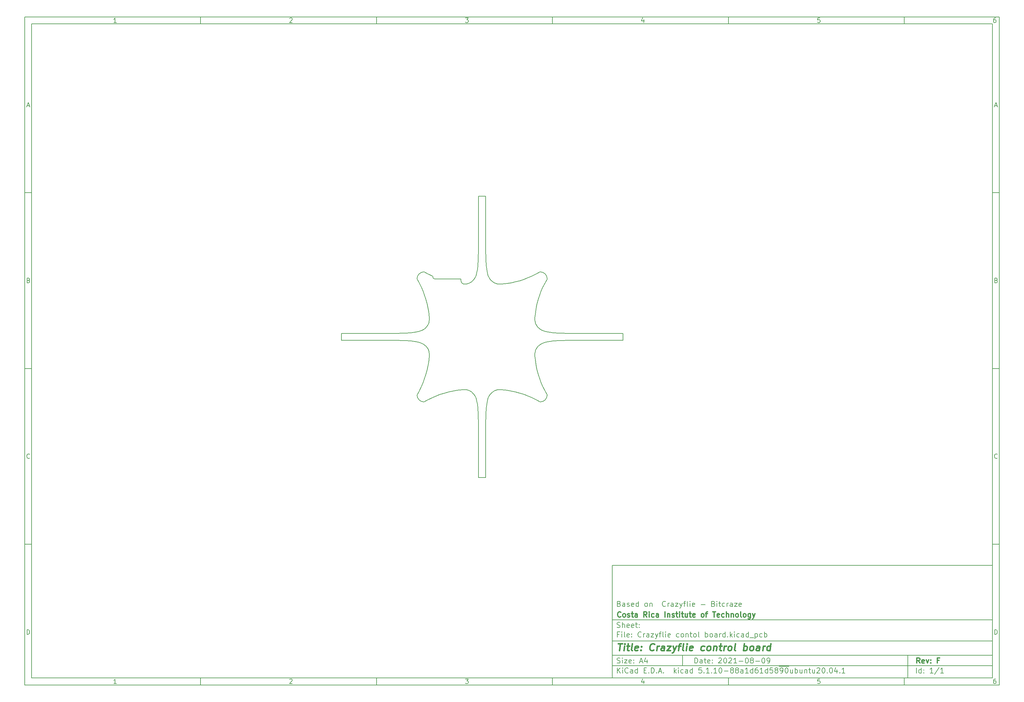
<source format=gm1>
%TF.GenerationSoftware,KiCad,Pcbnew,5.1.10-88a1d61d58~90~ubuntu20.04.1*%
%TF.CreationDate,2021-08-22T20:49:51-06:00*%
%TF.ProjectId,Crazyflie contol board,4372617a-7966-46c6-9965-20636f6e746f,F*%
%TF.SameCoordinates,PX85839e8PY6052f5c*%
%TF.FileFunction,Profile,NP*%
%FSLAX46Y46*%
G04 Gerber Fmt 4.6, Leading zero omitted, Abs format (unit mm)*
G04 Created by KiCad (PCBNEW 5.1.10-88a1d61d58~90~ubuntu20.04.1) date 2021-08-22 20:49:51*
%MOMM*%
%LPD*%
G01*
G04 APERTURE LIST*
%ADD10C,0.020000*%
%ADD11C,0.150000*%
%ADD12C,0.300000*%
%ADD13C,0.400000*%
%TA.AperFunction,Profile*%
%ADD14C,0.200660*%
%TD*%
%TA.AperFunction,Profile*%
%ADD15C,0.200000*%
%TD*%
G04 APERTURE END LIST*
D10*
D11*
X37002480Y-65004100D02*
X37002480Y-97004100D01*
X145002480Y-97004100D01*
X145002480Y-65004100D01*
X37002480Y-65004100D01*
D10*
D11*
X-129999720Y91003100D02*
X-129999720Y-99004100D01*
X147002480Y-99004100D01*
X147002480Y91003100D01*
X-129999720Y91003100D01*
D10*
D11*
X-127999720Y89003100D02*
X-127999720Y-97004100D01*
X145002480Y-97004100D01*
X145002480Y89003100D01*
X-127999720Y89003100D01*
D10*
D11*
X-79999720Y89003100D02*
X-79999720Y91003100D01*
D10*
D11*
X-29999720Y89003100D02*
X-29999720Y91003100D01*
D10*
D11*
X20000280Y89003100D02*
X20000280Y91003100D01*
D10*
D11*
X70000280Y89003100D02*
X70000280Y91003100D01*
D10*
D11*
X120000280Y89003100D02*
X120000280Y91003100D01*
D10*
D11*
X-103934244Y89415005D02*
X-104677101Y89415005D01*
X-104305673Y89415005D02*
X-104305673Y90715005D01*
X-104429482Y90529291D01*
X-104553292Y90405481D01*
X-104677101Y90343577D01*
D10*
D11*
X-54677101Y90591196D02*
X-54615197Y90653100D01*
X-54491387Y90715005D01*
X-54181863Y90715005D01*
X-54058054Y90653100D01*
X-53996149Y90591196D01*
X-53934244Y90467386D01*
X-53934244Y90343577D01*
X-53996149Y90157862D01*
X-54739006Y89415005D01*
X-53934244Y89415005D01*
D10*
D11*
X-4739006Y90715005D02*
X-3934244Y90715005D01*
X-4367578Y90219767D01*
X-4181863Y90219767D01*
X-4058054Y90157862D01*
X-3996149Y90095958D01*
X-3934244Y89972148D01*
X-3934244Y89662624D01*
X-3996149Y89538815D01*
X-4058054Y89476910D01*
X-4181863Y89415005D01*
X-4553292Y89415005D01*
X-4677101Y89476910D01*
X-4739006Y89538815D01*
D10*
D11*
X45941946Y90281672D02*
X45941946Y89415005D01*
X45632422Y90776910D02*
X45322899Y89848339D01*
X46127660Y89848339D01*
D10*
D11*
X96003851Y90715005D02*
X95384803Y90715005D01*
X95322899Y90095958D01*
X95384803Y90157862D01*
X95508613Y90219767D01*
X95818137Y90219767D01*
X95941946Y90157862D01*
X96003851Y90095958D01*
X96065756Y89972148D01*
X96065756Y89662624D01*
X96003851Y89538815D01*
X95941946Y89476910D01*
X95818137Y89415005D01*
X95508613Y89415005D01*
X95384803Y89476910D01*
X95322899Y89538815D01*
D10*
D11*
X145941946Y90715005D02*
X145694327Y90715005D01*
X145570518Y90653100D01*
X145508613Y90591196D01*
X145384803Y90405481D01*
X145322899Y90157862D01*
X145322899Y89662624D01*
X145384803Y89538815D01*
X145446708Y89476910D01*
X145570518Y89415005D01*
X145818137Y89415005D01*
X145941946Y89476910D01*
X146003851Y89538815D01*
X146065756Y89662624D01*
X146065756Y89972148D01*
X146003851Y90095958D01*
X145941946Y90157862D01*
X145818137Y90219767D01*
X145570518Y90219767D01*
X145446708Y90157862D01*
X145384803Y90095958D01*
X145322899Y89972148D01*
D10*
D11*
X-79999720Y-97004100D02*
X-79999720Y-99004100D01*
D10*
D11*
X-29999720Y-97004100D02*
X-29999720Y-99004100D01*
D10*
D11*
X20000280Y-97004100D02*
X20000280Y-99004100D01*
D10*
D11*
X70000280Y-97004100D02*
X70000280Y-99004100D01*
D10*
D11*
X120000280Y-97004100D02*
X120000280Y-99004100D01*
D10*
D11*
X-103934244Y-98592195D02*
X-104677101Y-98592195D01*
X-104305673Y-98592195D02*
X-104305673Y-97292195D01*
X-104429482Y-97477909D01*
X-104553292Y-97601719D01*
X-104677101Y-97663623D01*
D10*
D11*
X-54677101Y-97416004D02*
X-54615197Y-97354100D01*
X-54491387Y-97292195D01*
X-54181863Y-97292195D01*
X-54058054Y-97354100D01*
X-53996149Y-97416004D01*
X-53934244Y-97539814D01*
X-53934244Y-97663623D01*
X-53996149Y-97849338D01*
X-54739006Y-98592195D01*
X-53934244Y-98592195D01*
D10*
D11*
X-4739006Y-97292195D02*
X-3934244Y-97292195D01*
X-4367578Y-97787433D01*
X-4181863Y-97787433D01*
X-4058054Y-97849338D01*
X-3996149Y-97911242D01*
X-3934244Y-98035052D01*
X-3934244Y-98344576D01*
X-3996149Y-98468385D01*
X-4058054Y-98530290D01*
X-4181863Y-98592195D01*
X-4553292Y-98592195D01*
X-4677101Y-98530290D01*
X-4739006Y-98468385D01*
D10*
D11*
X45941946Y-97725528D02*
X45941946Y-98592195D01*
X45632422Y-97230290D02*
X45322899Y-98158861D01*
X46127660Y-98158861D01*
D10*
D11*
X96003851Y-97292195D02*
X95384803Y-97292195D01*
X95322899Y-97911242D01*
X95384803Y-97849338D01*
X95508613Y-97787433D01*
X95818137Y-97787433D01*
X95941946Y-97849338D01*
X96003851Y-97911242D01*
X96065756Y-98035052D01*
X96065756Y-98344576D01*
X96003851Y-98468385D01*
X95941946Y-98530290D01*
X95818137Y-98592195D01*
X95508613Y-98592195D01*
X95384803Y-98530290D01*
X95322899Y-98468385D01*
D10*
D11*
X145941946Y-97292195D02*
X145694327Y-97292195D01*
X145570518Y-97354100D01*
X145508613Y-97416004D01*
X145384803Y-97601719D01*
X145322899Y-97849338D01*
X145322899Y-98344576D01*
X145384803Y-98468385D01*
X145446708Y-98530290D01*
X145570518Y-98592195D01*
X145818137Y-98592195D01*
X145941946Y-98530290D01*
X146003851Y-98468385D01*
X146065756Y-98344576D01*
X146065756Y-98035052D01*
X146003851Y-97911242D01*
X145941946Y-97849338D01*
X145818137Y-97787433D01*
X145570518Y-97787433D01*
X145446708Y-97849338D01*
X145384803Y-97911242D01*
X145322899Y-98035052D01*
D10*
D11*
X-129999720Y41003100D02*
X-127999720Y41003100D01*
D10*
D11*
X-129999720Y-8996900D02*
X-127999720Y-8996900D01*
D10*
D11*
X-129999720Y-58996900D02*
X-127999720Y-58996900D01*
D10*
D11*
X-129309244Y65786434D02*
X-128690197Y65786434D01*
X-129433054Y65415005D02*
X-128999720Y66715005D01*
X-128566387Y65415005D01*
D10*
D11*
X-128906863Y16095958D02*
X-128721149Y16034053D01*
X-128659244Y15972148D01*
X-128597340Y15848339D01*
X-128597340Y15662624D01*
X-128659244Y15538815D01*
X-128721149Y15476910D01*
X-128844959Y15415005D01*
X-129340197Y15415005D01*
X-129340197Y16715005D01*
X-128906863Y16715005D01*
X-128783054Y16653100D01*
X-128721149Y16591196D01*
X-128659244Y16467386D01*
X-128659244Y16343577D01*
X-128721149Y16219767D01*
X-128783054Y16157862D01*
X-128906863Y16095958D01*
X-129340197Y16095958D01*
D10*
D11*
X-128597340Y-34461185D02*
X-128659244Y-34523090D01*
X-128844959Y-34584995D01*
X-128968768Y-34584995D01*
X-129154482Y-34523090D01*
X-129278292Y-34399280D01*
X-129340197Y-34275471D01*
X-129402101Y-34027852D01*
X-129402101Y-33842138D01*
X-129340197Y-33594519D01*
X-129278292Y-33470709D01*
X-129154482Y-33346900D01*
X-128968768Y-33284995D01*
X-128844959Y-33284995D01*
X-128659244Y-33346900D01*
X-128597340Y-33408804D01*
D10*
D11*
X-129340197Y-84584995D02*
X-129340197Y-83284995D01*
X-129030673Y-83284995D01*
X-128844959Y-83346900D01*
X-128721149Y-83470709D01*
X-128659244Y-83594519D01*
X-128597340Y-83842138D01*
X-128597340Y-84027852D01*
X-128659244Y-84275471D01*
X-128721149Y-84399280D01*
X-128844959Y-84523090D01*
X-129030673Y-84584995D01*
X-129340197Y-84584995D01*
D10*
D11*
X147002480Y41003100D02*
X145002480Y41003100D01*
D10*
D11*
X147002480Y-8996900D02*
X145002480Y-8996900D01*
D10*
D11*
X147002480Y-58996900D02*
X145002480Y-58996900D01*
D10*
D11*
X145692956Y65786434D02*
X146312003Y65786434D01*
X145569146Y65415005D02*
X146002480Y66715005D01*
X146435813Y65415005D01*
D10*
D11*
X146095337Y16095958D02*
X146281051Y16034053D01*
X146342956Y15972148D01*
X146404860Y15848339D01*
X146404860Y15662624D01*
X146342956Y15538815D01*
X146281051Y15476910D01*
X146157241Y15415005D01*
X145662003Y15415005D01*
X145662003Y16715005D01*
X146095337Y16715005D01*
X146219146Y16653100D01*
X146281051Y16591196D01*
X146342956Y16467386D01*
X146342956Y16343577D01*
X146281051Y16219767D01*
X146219146Y16157862D01*
X146095337Y16095958D01*
X145662003Y16095958D01*
D10*
D11*
X146404860Y-34461185D02*
X146342956Y-34523090D01*
X146157241Y-34584995D01*
X146033432Y-34584995D01*
X145847718Y-34523090D01*
X145723908Y-34399280D01*
X145662003Y-34275471D01*
X145600099Y-34027852D01*
X145600099Y-33842138D01*
X145662003Y-33594519D01*
X145723908Y-33470709D01*
X145847718Y-33346900D01*
X146033432Y-33284995D01*
X146157241Y-33284995D01*
X146342956Y-33346900D01*
X146404860Y-33408804D01*
D10*
D11*
X145662003Y-84584995D02*
X145662003Y-83284995D01*
X145971527Y-83284995D01*
X146157241Y-83346900D01*
X146281051Y-83470709D01*
X146342956Y-83594519D01*
X146404860Y-83842138D01*
X146404860Y-84027852D01*
X146342956Y-84275471D01*
X146281051Y-84399280D01*
X146157241Y-84523090D01*
X145971527Y-84584995D01*
X145662003Y-84584995D01*
D10*
D11*
X60434622Y-92782671D02*
X60434622Y-91282671D01*
X60791765Y-91282671D01*
X61006051Y-91354100D01*
X61148908Y-91496957D01*
X61220337Y-91639814D01*
X61291765Y-91925528D01*
X61291765Y-92139814D01*
X61220337Y-92425528D01*
X61148908Y-92568385D01*
X61006051Y-92711242D01*
X60791765Y-92782671D01*
X60434622Y-92782671D01*
X62577480Y-92782671D02*
X62577480Y-91996957D01*
X62506051Y-91854100D01*
X62363194Y-91782671D01*
X62077480Y-91782671D01*
X61934622Y-91854100D01*
X62577480Y-92711242D02*
X62434622Y-92782671D01*
X62077480Y-92782671D01*
X61934622Y-92711242D01*
X61863194Y-92568385D01*
X61863194Y-92425528D01*
X61934622Y-92282671D01*
X62077480Y-92211242D01*
X62434622Y-92211242D01*
X62577480Y-92139814D01*
X63077480Y-91782671D02*
X63648908Y-91782671D01*
X63291765Y-91282671D02*
X63291765Y-92568385D01*
X63363194Y-92711242D01*
X63506051Y-92782671D01*
X63648908Y-92782671D01*
X64720337Y-92711242D02*
X64577480Y-92782671D01*
X64291765Y-92782671D01*
X64148908Y-92711242D01*
X64077480Y-92568385D01*
X64077480Y-91996957D01*
X64148908Y-91854100D01*
X64291765Y-91782671D01*
X64577480Y-91782671D01*
X64720337Y-91854100D01*
X64791765Y-91996957D01*
X64791765Y-92139814D01*
X64077480Y-92282671D01*
X65434622Y-92639814D02*
X65506051Y-92711242D01*
X65434622Y-92782671D01*
X65363194Y-92711242D01*
X65434622Y-92639814D01*
X65434622Y-92782671D01*
X65434622Y-91854100D02*
X65506051Y-91925528D01*
X65434622Y-91996957D01*
X65363194Y-91925528D01*
X65434622Y-91854100D01*
X65434622Y-91996957D01*
X67220337Y-91425528D02*
X67291765Y-91354100D01*
X67434622Y-91282671D01*
X67791765Y-91282671D01*
X67934622Y-91354100D01*
X68006051Y-91425528D01*
X68077480Y-91568385D01*
X68077480Y-91711242D01*
X68006051Y-91925528D01*
X67148908Y-92782671D01*
X68077480Y-92782671D01*
X69006051Y-91282671D02*
X69148908Y-91282671D01*
X69291765Y-91354100D01*
X69363194Y-91425528D01*
X69434622Y-91568385D01*
X69506051Y-91854100D01*
X69506051Y-92211242D01*
X69434622Y-92496957D01*
X69363194Y-92639814D01*
X69291765Y-92711242D01*
X69148908Y-92782671D01*
X69006051Y-92782671D01*
X68863194Y-92711242D01*
X68791765Y-92639814D01*
X68720337Y-92496957D01*
X68648908Y-92211242D01*
X68648908Y-91854100D01*
X68720337Y-91568385D01*
X68791765Y-91425528D01*
X68863194Y-91354100D01*
X69006051Y-91282671D01*
X70077480Y-91425528D02*
X70148908Y-91354100D01*
X70291765Y-91282671D01*
X70648908Y-91282671D01*
X70791765Y-91354100D01*
X70863194Y-91425528D01*
X70934622Y-91568385D01*
X70934622Y-91711242D01*
X70863194Y-91925528D01*
X70006051Y-92782671D01*
X70934622Y-92782671D01*
X72363194Y-92782671D02*
X71506051Y-92782671D01*
X71934622Y-92782671D02*
X71934622Y-91282671D01*
X71791765Y-91496957D01*
X71648908Y-91639814D01*
X71506051Y-91711242D01*
X73006051Y-92211242D02*
X74148908Y-92211242D01*
X75148908Y-91282671D02*
X75291765Y-91282671D01*
X75434622Y-91354100D01*
X75506051Y-91425528D01*
X75577480Y-91568385D01*
X75648908Y-91854100D01*
X75648908Y-92211242D01*
X75577480Y-92496957D01*
X75506051Y-92639814D01*
X75434622Y-92711242D01*
X75291765Y-92782671D01*
X75148908Y-92782671D01*
X75006051Y-92711242D01*
X74934622Y-92639814D01*
X74863194Y-92496957D01*
X74791765Y-92211242D01*
X74791765Y-91854100D01*
X74863194Y-91568385D01*
X74934622Y-91425528D01*
X75006051Y-91354100D01*
X75148908Y-91282671D01*
X76506051Y-91925528D02*
X76363194Y-91854100D01*
X76291765Y-91782671D01*
X76220337Y-91639814D01*
X76220337Y-91568385D01*
X76291765Y-91425528D01*
X76363194Y-91354100D01*
X76506051Y-91282671D01*
X76791765Y-91282671D01*
X76934622Y-91354100D01*
X77006051Y-91425528D01*
X77077480Y-91568385D01*
X77077480Y-91639814D01*
X77006051Y-91782671D01*
X76934622Y-91854100D01*
X76791765Y-91925528D01*
X76506051Y-91925528D01*
X76363194Y-91996957D01*
X76291765Y-92068385D01*
X76220337Y-92211242D01*
X76220337Y-92496957D01*
X76291765Y-92639814D01*
X76363194Y-92711242D01*
X76506051Y-92782671D01*
X76791765Y-92782671D01*
X76934622Y-92711242D01*
X77006051Y-92639814D01*
X77077480Y-92496957D01*
X77077480Y-92211242D01*
X77006051Y-92068385D01*
X76934622Y-91996957D01*
X76791765Y-91925528D01*
X77720337Y-92211242D02*
X78863194Y-92211242D01*
X79863194Y-91282671D02*
X80006051Y-91282671D01*
X80148908Y-91354100D01*
X80220337Y-91425528D01*
X80291765Y-91568385D01*
X80363194Y-91854100D01*
X80363194Y-92211242D01*
X80291765Y-92496957D01*
X80220337Y-92639814D01*
X80148908Y-92711242D01*
X80006051Y-92782671D01*
X79863194Y-92782671D01*
X79720337Y-92711242D01*
X79648908Y-92639814D01*
X79577480Y-92496957D01*
X79506051Y-92211242D01*
X79506051Y-91854100D01*
X79577480Y-91568385D01*
X79648908Y-91425528D01*
X79720337Y-91354100D01*
X79863194Y-91282671D01*
X81077480Y-92782671D02*
X81363194Y-92782671D01*
X81506051Y-92711242D01*
X81577480Y-92639814D01*
X81720337Y-92425528D01*
X81791765Y-92139814D01*
X81791765Y-91568385D01*
X81720337Y-91425528D01*
X81648908Y-91354100D01*
X81506051Y-91282671D01*
X81220337Y-91282671D01*
X81077480Y-91354100D01*
X81006051Y-91425528D01*
X80934622Y-91568385D01*
X80934622Y-91925528D01*
X81006051Y-92068385D01*
X81077480Y-92139814D01*
X81220337Y-92211242D01*
X81506051Y-92211242D01*
X81648908Y-92139814D01*
X81720337Y-92068385D01*
X81791765Y-91925528D01*
D10*
D11*
X37002480Y-93504100D02*
X145002480Y-93504100D01*
D10*
D11*
X38434622Y-95582671D02*
X38434622Y-94082671D01*
X39291765Y-95582671D02*
X38648908Y-94725528D01*
X39291765Y-94082671D02*
X38434622Y-94939814D01*
X39934622Y-95582671D02*
X39934622Y-94582671D01*
X39934622Y-94082671D02*
X39863194Y-94154100D01*
X39934622Y-94225528D01*
X40006051Y-94154100D01*
X39934622Y-94082671D01*
X39934622Y-94225528D01*
X41506051Y-95439814D02*
X41434622Y-95511242D01*
X41220337Y-95582671D01*
X41077480Y-95582671D01*
X40863194Y-95511242D01*
X40720337Y-95368385D01*
X40648908Y-95225528D01*
X40577480Y-94939814D01*
X40577480Y-94725528D01*
X40648908Y-94439814D01*
X40720337Y-94296957D01*
X40863194Y-94154100D01*
X41077480Y-94082671D01*
X41220337Y-94082671D01*
X41434622Y-94154100D01*
X41506051Y-94225528D01*
X42791765Y-95582671D02*
X42791765Y-94796957D01*
X42720337Y-94654100D01*
X42577480Y-94582671D01*
X42291765Y-94582671D01*
X42148908Y-94654100D01*
X42791765Y-95511242D02*
X42648908Y-95582671D01*
X42291765Y-95582671D01*
X42148908Y-95511242D01*
X42077480Y-95368385D01*
X42077480Y-95225528D01*
X42148908Y-95082671D01*
X42291765Y-95011242D01*
X42648908Y-95011242D01*
X42791765Y-94939814D01*
X44148908Y-95582671D02*
X44148908Y-94082671D01*
X44148908Y-95511242D02*
X44006051Y-95582671D01*
X43720337Y-95582671D01*
X43577480Y-95511242D01*
X43506051Y-95439814D01*
X43434622Y-95296957D01*
X43434622Y-94868385D01*
X43506051Y-94725528D01*
X43577480Y-94654100D01*
X43720337Y-94582671D01*
X44006051Y-94582671D01*
X44148908Y-94654100D01*
X46006051Y-94796957D02*
X46506051Y-94796957D01*
X46720337Y-95582671D02*
X46006051Y-95582671D01*
X46006051Y-94082671D01*
X46720337Y-94082671D01*
X47363194Y-95439814D02*
X47434622Y-95511242D01*
X47363194Y-95582671D01*
X47291765Y-95511242D01*
X47363194Y-95439814D01*
X47363194Y-95582671D01*
X48077480Y-95582671D02*
X48077480Y-94082671D01*
X48434622Y-94082671D01*
X48648908Y-94154100D01*
X48791765Y-94296957D01*
X48863194Y-94439814D01*
X48934622Y-94725528D01*
X48934622Y-94939814D01*
X48863194Y-95225528D01*
X48791765Y-95368385D01*
X48648908Y-95511242D01*
X48434622Y-95582671D01*
X48077480Y-95582671D01*
X49577480Y-95439814D02*
X49648908Y-95511242D01*
X49577480Y-95582671D01*
X49506051Y-95511242D01*
X49577480Y-95439814D01*
X49577480Y-95582671D01*
X50220337Y-95154100D02*
X50934622Y-95154100D01*
X50077480Y-95582671D02*
X50577480Y-94082671D01*
X51077480Y-95582671D01*
X51577480Y-95439814D02*
X51648908Y-95511242D01*
X51577480Y-95582671D01*
X51506051Y-95511242D01*
X51577480Y-95439814D01*
X51577480Y-95582671D01*
X54577480Y-95582671D02*
X54577480Y-94082671D01*
X54720337Y-95011242D02*
X55148908Y-95582671D01*
X55148908Y-94582671D02*
X54577480Y-95154100D01*
X55791765Y-95582671D02*
X55791765Y-94582671D01*
X55791765Y-94082671D02*
X55720337Y-94154100D01*
X55791765Y-94225528D01*
X55863194Y-94154100D01*
X55791765Y-94082671D01*
X55791765Y-94225528D01*
X57148908Y-95511242D02*
X57006051Y-95582671D01*
X56720337Y-95582671D01*
X56577480Y-95511242D01*
X56506051Y-95439814D01*
X56434622Y-95296957D01*
X56434622Y-94868385D01*
X56506051Y-94725528D01*
X56577480Y-94654100D01*
X56720337Y-94582671D01*
X57006051Y-94582671D01*
X57148908Y-94654100D01*
X58434622Y-95582671D02*
X58434622Y-94796957D01*
X58363194Y-94654100D01*
X58220337Y-94582671D01*
X57934622Y-94582671D01*
X57791765Y-94654100D01*
X58434622Y-95511242D02*
X58291765Y-95582671D01*
X57934622Y-95582671D01*
X57791765Y-95511242D01*
X57720337Y-95368385D01*
X57720337Y-95225528D01*
X57791765Y-95082671D01*
X57934622Y-95011242D01*
X58291765Y-95011242D01*
X58434622Y-94939814D01*
X59791765Y-95582671D02*
X59791765Y-94082671D01*
X59791765Y-95511242D02*
X59648908Y-95582671D01*
X59363194Y-95582671D01*
X59220337Y-95511242D01*
X59148908Y-95439814D01*
X59077480Y-95296957D01*
X59077480Y-94868385D01*
X59148908Y-94725528D01*
X59220337Y-94654100D01*
X59363194Y-94582671D01*
X59648908Y-94582671D01*
X59791765Y-94654100D01*
X62363194Y-94082671D02*
X61648908Y-94082671D01*
X61577480Y-94796957D01*
X61648908Y-94725528D01*
X61791765Y-94654100D01*
X62148908Y-94654100D01*
X62291765Y-94725528D01*
X62363194Y-94796957D01*
X62434622Y-94939814D01*
X62434622Y-95296957D01*
X62363194Y-95439814D01*
X62291765Y-95511242D01*
X62148908Y-95582671D01*
X61791765Y-95582671D01*
X61648908Y-95511242D01*
X61577480Y-95439814D01*
X63077480Y-95439814D02*
X63148908Y-95511242D01*
X63077480Y-95582671D01*
X63006051Y-95511242D01*
X63077480Y-95439814D01*
X63077480Y-95582671D01*
X64577480Y-95582671D02*
X63720337Y-95582671D01*
X64148908Y-95582671D02*
X64148908Y-94082671D01*
X64006051Y-94296957D01*
X63863194Y-94439814D01*
X63720337Y-94511242D01*
X65220337Y-95439814D02*
X65291765Y-95511242D01*
X65220337Y-95582671D01*
X65148908Y-95511242D01*
X65220337Y-95439814D01*
X65220337Y-95582671D01*
X66720337Y-95582671D02*
X65863194Y-95582671D01*
X66291765Y-95582671D02*
X66291765Y-94082671D01*
X66148908Y-94296957D01*
X66006051Y-94439814D01*
X65863194Y-94511242D01*
X67648908Y-94082671D02*
X67791765Y-94082671D01*
X67934622Y-94154100D01*
X68006051Y-94225528D01*
X68077480Y-94368385D01*
X68148908Y-94654100D01*
X68148908Y-95011242D01*
X68077480Y-95296957D01*
X68006051Y-95439814D01*
X67934622Y-95511242D01*
X67791765Y-95582671D01*
X67648908Y-95582671D01*
X67506051Y-95511242D01*
X67434622Y-95439814D01*
X67363194Y-95296957D01*
X67291765Y-95011242D01*
X67291765Y-94654100D01*
X67363194Y-94368385D01*
X67434622Y-94225528D01*
X67506051Y-94154100D01*
X67648908Y-94082671D01*
X68791765Y-95011242D02*
X69934622Y-95011242D01*
X70863194Y-94725528D02*
X70720337Y-94654100D01*
X70648908Y-94582671D01*
X70577480Y-94439814D01*
X70577480Y-94368385D01*
X70648908Y-94225528D01*
X70720337Y-94154100D01*
X70863194Y-94082671D01*
X71148908Y-94082671D01*
X71291765Y-94154100D01*
X71363194Y-94225528D01*
X71434622Y-94368385D01*
X71434622Y-94439814D01*
X71363194Y-94582671D01*
X71291765Y-94654100D01*
X71148908Y-94725528D01*
X70863194Y-94725528D01*
X70720337Y-94796957D01*
X70648908Y-94868385D01*
X70577480Y-95011242D01*
X70577480Y-95296957D01*
X70648908Y-95439814D01*
X70720337Y-95511242D01*
X70863194Y-95582671D01*
X71148908Y-95582671D01*
X71291765Y-95511242D01*
X71363194Y-95439814D01*
X71434622Y-95296957D01*
X71434622Y-95011242D01*
X71363194Y-94868385D01*
X71291765Y-94796957D01*
X71148908Y-94725528D01*
X72291765Y-94725528D02*
X72148908Y-94654100D01*
X72077480Y-94582671D01*
X72006051Y-94439814D01*
X72006051Y-94368385D01*
X72077480Y-94225528D01*
X72148908Y-94154100D01*
X72291765Y-94082671D01*
X72577480Y-94082671D01*
X72720337Y-94154100D01*
X72791765Y-94225528D01*
X72863194Y-94368385D01*
X72863194Y-94439814D01*
X72791765Y-94582671D01*
X72720337Y-94654100D01*
X72577480Y-94725528D01*
X72291765Y-94725528D01*
X72148908Y-94796957D01*
X72077480Y-94868385D01*
X72006051Y-95011242D01*
X72006051Y-95296957D01*
X72077480Y-95439814D01*
X72148908Y-95511242D01*
X72291765Y-95582671D01*
X72577480Y-95582671D01*
X72720337Y-95511242D01*
X72791765Y-95439814D01*
X72863194Y-95296957D01*
X72863194Y-95011242D01*
X72791765Y-94868385D01*
X72720337Y-94796957D01*
X72577480Y-94725528D01*
X74148908Y-95582671D02*
X74148908Y-94796957D01*
X74077480Y-94654100D01*
X73934622Y-94582671D01*
X73648908Y-94582671D01*
X73506051Y-94654100D01*
X74148908Y-95511242D02*
X74006051Y-95582671D01*
X73648908Y-95582671D01*
X73506051Y-95511242D01*
X73434622Y-95368385D01*
X73434622Y-95225528D01*
X73506051Y-95082671D01*
X73648908Y-95011242D01*
X74006051Y-95011242D01*
X74148908Y-94939814D01*
X75648908Y-95582671D02*
X74791765Y-95582671D01*
X75220337Y-95582671D02*
X75220337Y-94082671D01*
X75077480Y-94296957D01*
X74934622Y-94439814D01*
X74791765Y-94511242D01*
X76934622Y-95582671D02*
X76934622Y-94082671D01*
X76934622Y-95511242D02*
X76791765Y-95582671D01*
X76506051Y-95582671D01*
X76363194Y-95511242D01*
X76291765Y-95439814D01*
X76220337Y-95296957D01*
X76220337Y-94868385D01*
X76291765Y-94725528D01*
X76363194Y-94654100D01*
X76506051Y-94582671D01*
X76791765Y-94582671D01*
X76934622Y-94654100D01*
X78291765Y-94082671D02*
X78006051Y-94082671D01*
X77863194Y-94154100D01*
X77791765Y-94225528D01*
X77648908Y-94439814D01*
X77577480Y-94725528D01*
X77577480Y-95296957D01*
X77648908Y-95439814D01*
X77720337Y-95511242D01*
X77863194Y-95582671D01*
X78148908Y-95582671D01*
X78291765Y-95511242D01*
X78363194Y-95439814D01*
X78434622Y-95296957D01*
X78434622Y-94939814D01*
X78363194Y-94796957D01*
X78291765Y-94725528D01*
X78148908Y-94654100D01*
X77863194Y-94654100D01*
X77720337Y-94725528D01*
X77648908Y-94796957D01*
X77577480Y-94939814D01*
X79863194Y-95582671D02*
X79006051Y-95582671D01*
X79434622Y-95582671D02*
X79434622Y-94082671D01*
X79291765Y-94296957D01*
X79148908Y-94439814D01*
X79006051Y-94511242D01*
X81148908Y-95582671D02*
X81148908Y-94082671D01*
X81148908Y-95511242D02*
X81006051Y-95582671D01*
X80720337Y-95582671D01*
X80577480Y-95511242D01*
X80506051Y-95439814D01*
X80434622Y-95296957D01*
X80434622Y-94868385D01*
X80506051Y-94725528D01*
X80577480Y-94654100D01*
X80720337Y-94582671D01*
X81006051Y-94582671D01*
X81148908Y-94654100D01*
X82577480Y-94082671D02*
X81863194Y-94082671D01*
X81791765Y-94796957D01*
X81863194Y-94725528D01*
X82006051Y-94654100D01*
X82363194Y-94654100D01*
X82506051Y-94725528D01*
X82577480Y-94796957D01*
X82648908Y-94939814D01*
X82648908Y-95296957D01*
X82577480Y-95439814D01*
X82506051Y-95511242D01*
X82363194Y-95582671D01*
X82006051Y-95582671D01*
X81863194Y-95511242D01*
X81791765Y-95439814D01*
X83506051Y-94725528D02*
X83363194Y-94654100D01*
X83291765Y-94582671D01*
X83220337Y-94439814D01*
X83220337Y-94368385D01*
X83291765Y-94225528D01*
X83363194Y-94154100D01*
X83506051Y-94082671D01*
X83791765Y-94082671D01*
X83934622Y-94154100D01*
X84006051Y-94225528D01*
X84077480Y-94368385D01*
X84077480Y-94439814D01*
X84006051Y-94582671D01*
X83934622Y-94654100D01*
X83791765Y-94725528D01*
X83506051Y-94725528D01*
X83363194Y-94796957D01*
X83291765Y-94868385D01*
X83220337Y-95011242D01*
X83220337Y-95296957D01*
X83291765Y-95439814D01*
X83363194Y-95511242D01*
X83506051Y-95582671D01*
X83791765Y-95582671D01*
X83934622Y-95511242D01*
X84006051Y-95439814D01*
X84077480Y-95296957D01*
X84077480Y-95011242D01*
X84006051Y-94868385D01*
X83934622Y-94796957D01*
X83791765Y-94725528D01*
X84363194Y-93674100D02*
X85791765Y-93674100D01*
X84791765Y-95582671D02*
X85077480Y-95582671D01*
X85220337Y-95511242D01*
X85291765Y-95439814D01*
X85434622Y-95225528D01*
X85506051Y-94939814D01*
X85506051Y-94368385D01*
X85434622Y-94225528D01*
X85363194Y-94154100D01*
X85220337Y-94082671D01*
X84934622Y-94082671D01*
X84791765Y-94154100D01*
X84720337Y-94225528D01*
X84648908Y-94368385D01*
X84648908Y-94725528D01*
X84720337Y-94868385D01*
X84791765Y-94939814D01*
X84934622Y-95011242D01*
X85220337Y-95011242D01*
X85363194Y-94939814D01*
X85434622Y-94868385D01*
X85506051Y-94725528D01*
X85791765Y-93674100D02*
X87220337Y-93674100D01*
X86434622Y-94082671D02*
X86577479Y-94082671D01*
X86720337Y-94154100D01*
X86791765Y-94225528D01*
X86863194Y-94368385D01*
X86934622Y-94654100D01*
X86934622Y-95011242D01*
X86863194Y-95296957D01*
X86791765Y-95439814D01*
X86720337Y-95511242D01*
X86577479Y-95582671D01*
X86434622Y-95582671D01*
X86291765Y-95511242D01*
X86220337Y-95439814D01*
X86148908Y-95296957D01*
X86077479Y-95011242D01*
X86077479Y-94654100D01*
X86148908Y-94368385D01*
X86220337Y-94225528D01*
X86291765Y-94154100D01*
X86434622Y-94082671D01*
X88220337Y-94582671D02*
X88220337Y-95582671D01*
X87577479Y-94582671D02*
X87577479Y-95368385D01*
X87648908Y-95511242D01*
X87791765Y-95582671D01*
X88006051Y-95582671D01*
X88148908Y-95511242D01*
X88220337Y-95439814D01*
X88934622Y-95582671D02*
X88934622Y-94082671D01*
X88934622Y-94654100D02*
X89077479Y-94582671D01*
X89363194Y-94582671D01*
X89506051Y-94654100D01*
X89577479Y-94725528D01*
X89648908Y-94868385D01*
X89648908Y-95296957D01*
X89577479Y-95439814D01*
X89506051Y-95511242D01*
X89363194Y-95582671D01*
X89077479Y-95582671D01*
X88934622Y-95511242D01*
X90934622Y-94582671D02*
X90934622Y-95582671D01*
X90291765Y-94582671D02*
X90291765Y-95368385D01*
X90363194Y-95511242D01*
X90506051Y-95582671D01*
X90720337Y-95582671D01*
X90863194Y-95511242D01*
X90934622Y-95439814D01*
X91648908Y-94582671D02*
X91648908Y-95582671D01*
X91648908Y-94725528D02*
X91720337Y-94654100D01*
X91863194Y-94582671D01*
X92077479Y-94582671D01*
X92220337Y-94654100D01*
X92291765Y-94796957D01*
X92291765Y-95582671D01*
X92791765Y-94582671D02*
X93363194Y-94582671D01*
X93006051Y-94082671D02*
X93006051Y-95368385D01*
X93077479Y-95511242D01*
X93220337Y-95582671D01*
X93363194Y-95582671D01*
X94506051Y-94582671D02*
X94506051Y-95582671D01*
X93863194Y-94582671D02*
X93863194Y-95368385D01*
X93934622Y-95511242D01*
X94077480Y-95582671D01*
X94291765Y-95582671D01*
X94434622Y-95511242D01*
X94506051Y-95439814D01*
X95148908Y-94225528D02*
X95220337Y-94154100D01*
X95363194Y-94082671D01*
X95720337Y-94082671D01*
X95863194Y-94154100D01*
X95934622Y-94225528D01*
X96006051Y-94368385D01*
X96006051Y-94511242D01*
X95934622Y-94725528D01*
X95077480Y-95582671D01*
X96006051Y-95582671D01*
X96934622Y-94082671D02*
X97077479Y-94082671D01*
X97220337Y-94154100D01*
X97291765Y-94225528D01*
X97363194Y-94368385D01*
X97434622Y-94654100D01*
X97434622Y-95011242D01*
X97363194Y-95296957D01*
X97291765Y-95439814D01*
X97220337Y-95511242D01*
X97077479Y-95582671D01*
X96934622Y-95582671D01*
X96791765Y-95511242D01*
X96720337Y-95439814D01*
X96648908Y-95296957D01*
X96577479Y-95011242D01*
X96577479Y-94654100D01*
X96648908Y-94368385D01*
X96720337Y-94225528D01*
X96791765Y-94154100D01*
X96934622Y-94082671D01*
X98077479Y-95439814D02*
X98148908Y-95511242D01*
X98077479Y-95582671D01*
X98006051Y-95511242D01*
X98077479Y-95439814D01*
X98077479Y-95582671D01*
X99077479Y-94082671D02*
X99220337Y-94082671D01*
X99363194Y-94154100D01*
X99434622Y-94225528D01*
X99506051Y-94368385D01*
X99577479Y-94654100D01*
X99577479Y-95011242D01*
X99506051Y-95296957D01*
X99434622Y-95439814D01*
X99363194Y-95511242D01*
X99220337Y-95582671D01*
X99077479Y-95582671D01*
X98934622Y-95511242D01*
X98863194Y-95439814D01*
X98791765Y-95296957D01*
X98720337Y-95011242D01*
X98720337Y-94654100D01*
X98791765Y-94368385D01*
X98863194Y-94225528D01*
X98934622Y-94154100D01*
X99077479Y-94082671D01*
X100863194Y-94582671D02*
X100863194Y-95582671D01*
X100506051Y-94011242D02*
X100148908Y-95082671D01*
X101077479Y-95082671D01*
X101648908Y-95439814D02*
X101720337Y-95511242D01*
X101648908Y-95582671D01*
X101577479Y-95511242D01*
X101648908Y-95439814D01*
X101648908Y-95582671D01*
X103148908Y-95582671D02*
X102291765Y-95582671D01*
X102720337Y-95582671D02*
X102720337Y-94082671D01*
X102577479Y-94296957D01*
X102434622Y-94439814D01*
X102291765Y-94511242D01*
D10*
D11*
X37002480Y-90504100D02*
X145002480Y-90504100D01*
D10*
D12*
X124411765Y-92782671D02*
X123911765Y-92068385D01*
X123554622Y-92782671D02*
X123554622Y-91282671D01*
X124126051Y-91282671D01*
X124268908Y-91354100D01*
X124340337Y-91425528D01*
X124411765Y-91568385D01*
X124411765Y-91782671D01*
X124340337Y-91925528D01*
X124268908Y-91996957D01*
X124126051Y-92068385D01*
X123554622Y-92068385D01*
X125626051Y-92711242D02*
X125483194Y-92782671D01*
X125197480Y-92782671D01*
X125054622Y-92711242D01*
X124983194Y-92568385D01*
X124983194Y-91996957D01*
X125054622Y-91854100D01*
X125197480Y-91782671D01*
X125483194Y-91782671D01*
X125626051Y-91854100D01*
X125697480Y-91996957D01*
X125697480Y-92139814D01*
X124983194Y-92282671D01*
X126197480Y-91782671D02*
X126554622Y-92782671D01*
X126911765Y-91782671D01*
X127483194Y-92639814D02*
X127554622Y-92711242D01*
X127483194Y-92782671D01*
X127411765Y-92711242D01*
X127483194Y-92639814D01*
X127483194Y-92782671D01*
X127483194Y-91854100D02*
X127554622Y-91925528D01*
X127483194Y-91996957D01*
X127411765Y-91925528D01*
X127483194Y-91854100D01*
X127483194Y-91996957D01*
X129840337Y-91996957D02*
X129340337Y-91996957D01*
X129340337Y-92782671D02*
X129340337Y-91282671D01*
X130054622Y-91282671D01*
D10*
D11*
X38363194Y-92711242D02*
X38577480Y-92782671D01*
X38934622Y-92782671D01*
X39077480Y-92711242D01*
X39148908Y-92639814D01*
X39220337Y-92496957D01*
X39220337Y-92354100D01*
X39148908Y-92211242D01*
X39077480Y-92139814D01*
X38934622Y-92068385D01*
X38648908Y-91996957D01*
X38506051Y-91925528D01*
X38434622Y-91854100D01*
X38363194Y-91711242D01*
X38363194Y-91568385D01*
X38434622Y-91425528D01*
X38506051Y-91354100D01*
X38648908Y-91282671D01*
X39006051Y-91282671D01*
X39220337Y-91354100D01*
X39863194Y-92782671D02*
X39863194Y-91782671D01*
X39863194Y-91282671D02*
X39791765Y-91354100D01*
X39863194Y-91425528D01*
X39934622Y-91354100D01*
X39863194Y-91282671D01*
X39863194Y-91425528D01*
X40434622Y-91782671D02*
X41220337Y-91782671D01*
X40434622Y-92782671D01*
X41220337Y-92782671D01*
X42363194Y-92711242D02*
X42220337Y-92782671D01*
X41934622Y-92782671D01*
X41791765Y-92711242D01*
X41720337Y-92568385D01*
X41720337Y-91996957D01*
X41791765Y-91854100D01*
X41934622Y-91782671D01*
X42220337Y-91782671D01*
X42363194Y-91854100D01*
X42434622Y-91996957D01*
X42434622Y-92139814D01*
X41720337Y-92282671D01*
X43077480Y-92639814D02*
X43148908Y-92711242D01*
X43077480Y-92782671D01*
X43006051Y-92711242D01*
X43077480Y-92639814D01*
X43077480Y-92782671D01*
X43077480Y-91854100D02*
X43148908Y-91925528D01*
X43077480Y-91996957D01*
X43006051Y-91925528D01*
X43077480Y-91854100D01*
X43077480Y-91996957D01*
X44863194Y-92354100D02*
X45577480Y-92354100D01*
X44720337Y-92782671D02*
X45220337Y-91282671D01*
X45720337Y-92782671D01*
X46863194Y-91782671D02*
X46863194Y-92782671D01*
X46506051Y-91211242D02*
X46148908Y-92282671D01*
X47077480Y-92282671D01*
D10*
D11*
X123434622Y-95582671D02*
X123434622Y-94082671D01*
X124791765Y-95582671D02*
X124791765Y-94082671D01*
X124791765Y-95511242D02*
X124648908Y-95582671D01*
X124363194Y-95582671D01*
X124220337Y-95511242D01*
X124148908Y-95439814D01*
X124077480Y-95296957D01*
X124077480Y-94868385D01*
X124148908Y-94725528D01*
X124220337Y-94654100D01*
X124363194Y-94582671D01*
X124648908Y-94582671D01*
X124791765Y-94654100D01*
X125506051Y-95439814D02*
X125577480Y-95511242D01*
X125506051Y-95582671D01*
X125434622Y-95511242D01*
X125506051Y-95439814D01*
X125506051Y-95582671D01*
X125506051Y-94654100D02*
X125577480Y-94725528D01*
X125506051Y-94796957D01*
X125434622Y-94725528D01*
X125506051Y-94654100D01*
X125506051Y-94796957D01*
X128148908Y-95582671D02*
X127291765Y-95582671D01*
X127720337Y-95582671D02*
X127720337Y-94082671D01*
X127577480Y-94296957D01*
X127434622Y-94439814D01*
X127291765Y-94511242D01*
X129863194Y-94011242D02*
X128577480Y-95939814D01*
X131148908Y-95582671D02*
X130291765Y-95582671D01*
X130720337Y-95582671D02*
X130720337Y-94082671D01*
X130577480Y-94296957D01*
X130434622Y-94439814D01*
X130291765Y-94511242D01*
D10*
D11*
X37002480Y-86504100D02*
X145002480Y-86504100D01*
D10*
D13*
X38714860Y-87208861D02*
X39857718Y-87208861D01*
X39036289Y-89208861D02*
X39286289Y-87208861D01*
X40274384Y-89208861D02*
X40441051Y-87875528D01*
X40524384Y-87208861D02*
X40417241Y-87304100D01*
X40500575Y-87399338D01*
X40607718Y-87304100D01*
X40524384Y-87208861D01*
X40500575Y-87399338D01*
X41107718Y-87875528D02*
X41869622Y-87875528D01*
X41476765Y-87208861D02*
X41262480Y-88923147D01*
X41333908Y-89113623D01*
X41512480Y-89208861D01*
X41702956Y-89208861D01*
X42655337Y-89208861D02*
X42476765Y-89113623D01*
X42405337Y-88923147D01*
X42619622Y-87208861D01*
X44191051Y-89113623D02*
X43988670Y-89208861D01*
X43607718Y-89208861D01*
X43429146Y-89113623D01*
X43357718Y-88923147D01*
X43452956Y-88161242D01*
X43572003Y-87970766D01*
X43774384Y-87875528D01*
X44155337Y-87875528D01*
X44333908Y-87970766D01*
X44405337Y-88161242D01*
X44381527Y-88351719D01*
X43405337Y-88542195D01*
X45155337Y-89018385D02*
X45238670Y-89113623D01*
X45131527Y-89208861D01*
X45048194Y-89113623D01*
X45155337Y-89018385D01*
X45131527Y-89208861D01*
X45286289Y-87970766D02*
X45369622Y-88066004D01*
X45262480Y-88161242D01*
X45179146Y-88066004D01*
X45286289Y-87970766D01*
X45262480Y-88161242D01*
X48774384Y-89018385D02*
X48667241Y-89113623D01*
X48369622Y-89208861D01*
X48179146Y-89208861D01*
X47905337Y-89113623D01*
X47738670Y-88923147D01*
X47667241Y-88732671D01*
X47619622Y-88351719D01*
X47655337Y-88066004D01*
X47798194Y-87685052D01*
X47917241Y-87494576D01*
X48131527Y-87304100D01*
X48429146Y-87208861D01*
X48619622Y-87208861D01*
X48893432Y-87304100D01*
X48976765Y-87399338D01*
X49607718Y-89208861D02*
X49774384Y-87875528D01*
X49726765Y-88256480D02*
X49845813Y-88066004D01*
X49952956Y-87970766D01*
X50155337Y-87875528D01*
X50345813Y-87875528D01*
X51702956Y-89208861D02*
X51833908Y-88161242D01*
X51762480Y-87970766D01*
X51583908Y-87875528D01*
X51202956Y-87875528D01*
X51000575Y-87970766D01*
X51714860Y-89113623D02*
X51512480Y-89208861D01*
X51036289Y-89208861D01*
X50857718Y-89113623D01*
X50786289Y-88923147D01*
X50810099Y-88732671D01*
X50929146Y-88542195D01*
X51131527Y-88446957D01*
X51607718Y-88446957D01*
X51810099Y-88351719D01*
X52631527Y-87875528D02*
X53679146Y-87875528D01*
X52464860Y-89208861D01*
X53512480Y-89208861D01*
X54250575Y-87875528D02*
X54560099Y-89208861D01*
X55202956Y-87875528D02*
X54560099Y-89208861D01*
X54310099Y-89685052D01*
X54202956Y-89780290D01*
X54000575Y-89875528D01*
X55679146Y-87875528D02*
X56441051Y-87875528D01*
X55798194Y-89208861D02*
X56012480Y-87494576D01*
X56131527Y-87304100D01*
X56333908Y-87208861D01*
X56524384Y-87208861D01*
X57226765Y-89208861D02*
X57048194Y-89113623D01*
X56976765Y-88923147D01*
X57191051Y-87208861D01*
X57988670Y-89208861D02*
X58155337Y-87875528D01*
X58238670Y-87208861D02*
X58131527Y-87304100D01*
X58214860Y-87399338D01*
X58322003Y-87304100D01*
X58238670Y-87208861D01*
X58214860Y-87399338D01*
X59714860Y-89113623D02*
X59512480Y-89208861D01*
X59131527Y-89208861D01*
X58952956Y-89113623D01*
X58881527Y-88923147D01*
X58976765Y-88161242D01*
X59095813Y-87970766D01*
X59298194Y-87875528D01*
X59679146Y-87875528D01*
X59857718Y-87970766D01*
X59929146Y-88161242D01*
X59905337Y-88351719D01*
X58929146Y-88542195D01*
X63048194Y-89113623D02*
X62845813Y-89208861D01*
X62464860Y-89208861D01*
X62286289Y-89113623D01*
X62202956Y-89018385D01*
X62131527Y-88827909D01*
X62202956Y-88256480D01*
X62322003Y-88066004D01*
X62429146Y-87970766D01*
X62631527Y-87875528D01*
X63012480Y-87875528D01*
X63191051Y-87970766D01*
X64179146Y-89208861D02*
X64000575Y-89113623D01*
X63917241Y-89018385D01*
X63845813Y-88827909D01*
X63917241Y-88256480D01*
X64036289Y-88066004D01*
X64143432Y-87970766D01*
X64345813Y-87875528D01*
X64631527Y-87875528D01*
X64810099Y-87970766D01*
X64893432Y-88066004D01*
X64964860Y-88256480D01*
X64893432Y-88827909D01*
X64774384Y-89018385D01*
X64667241Y-89113623D01*
X64464860Y-89208861D01*
X64179146Y-89208861D01*
X65869622Y-87875528D02*
X65702956Y-89208861D01*
X65845813Y-88066004D02*
X65952956Y-87970766D01*
X66155337Y-87875528D01*
X66441051Y-87875528D01*
X66619622Y-87970766D01*
X66691051Y-88161242D01*
X66560099Y-89208861D01*
X67393432Y-87875528D02*
X68155337Y-87875528D01*
X67762480Y-87208861D02*
X67548194Y-88923147D01*
X67619622Y-89113623D01*
X67798194Y-89208861D01*
X67988670Y-89208861D01*
X68655337Y-89208861D02*
X68822003Y-87875528D01*
X68774384Y-88256480D02*
X68893432Y-88066004D01*
X69000575Y-87970766D01*
X69202956Y-87875528D01*
X69393432Y-87875528D01*
X70179146Y-89208861D02*
X70000575Y-89113623D01*
X69917241Y-89018385D01*
X69845813Y-88827909D01*
X69917241Y-88256480D01*
X70036289Y-88066004D01*
X70143432Y-87970766D01*
X70345813Y-87875528D01*
X70631527Y-87875528D01*
X70810099Y-87970766D01*
X70893432Y-88066004D01*
X70964860Y-88256480D01*
X70893432Y-88827909D01*
X70774384Y-89018385D01*
X70667241Y-89113623D01*
X70464860Y-89208861D01*
X70179146Y-89208861D01*
X71988670Y-89208861D02*
X71810099Y-89113623D01*
X71738670Y-88923147D01*
X71952956Y-87208861D01*
X74274384Y-89208861D02*
X74524384Y-87208861D01*
X74429146Y-87970766D02*
X74631527Y-87875528D01*
X75012480Y-87875528D01*
X75191051Y-87970766D01*
X75274384Y-88066004D01*
X75345813Y-88256480D01*
X75274384Y-88827909D01*
X75155337Y-89018385D01*
X75048194Y-89113623D01*
X74845813Y-89208861D01*
X74464860Y-89208861D01*
X74286289Y-89113623D01*
X76369622Y-89208861D02*
X76191051Y-89113623D01*
X76107718Y-89018385D01*
X76036289Y-88827909D01*
X76107718Y-88256480D01*
X76226765Y-88066004D01*
X76333908Y-87970766D01*
X76536289Y-87875528D01*
X76822003Y-87875528D01*
X77000575Y-87970766D01*
X77083908Y-88066004D01*
X77155337Y-88256480D01*
X77083908Y-88827909D01*
X76964860Y-89018385D01*
X76857718Y-89113623D01*
X76655337Y-89208861D01*
X76369622Y-89208861D01*
X78750575Y-89208861D02*
X78881527Y-88161242D01*
X78810099Y-87970766D01*
X78631527Y-87875528D01*
X78250575Y-87875528D01*
X78048194Y-87970766D01*
X78762480Y-89113623D02*
X78560099Y-89208861D01*
X78083908Y-89208861D01*
X77905337Y-89113623D01*
X77833908Y-88923147D01*
X77857718Y-88732671D01*
X77976765Y-88542195D01*
X78179146Y-88446957D01*
X78655337Y-88446957D01*
X78857718Y-88351719D01*
X79702956Y-89208861D02*
X79869622Y-87875528D01*
X79822003Y-88256480D02*
X79941051Y-88066004D01*
X80048194Y-87970766D01*
X80250575Y-87875528D01*
X80441051Y-87875528D01*
X81798194Y-89208861D02*
X82048194Y-87208861D01*
X81810099Y-89113623D02*
X81607718Y-89208861D01*
X81226765Y-89208861D01*
X81048194Y-89113623D01*
X80964860Y-89018385D01*
X80893432Y-88827909D01*
X80964860Y-88256480D01*
X81083908Y-88066004D01*
X81191051Y-87970766D01*
X81393432Y-87875528D01*
X81774384Y-87875528D01*
X81952956Y-87970766D01*
D10*
D11*
X38934622Y-84596957D02*
X38434622Y-84596957D01*
X38434622Y-85382671D02*
X38434622Y-83882671D01*
X39148908Y-83882671D01*
X39720337Y-85382671D02*
X39720337Y-84382671D01*
X39720337Y-83882671D02*
X39648908Y-83954100D01*
X39720337Y-84025528D01*
X39791765Y-83954100D01*
X39720337Y-83882671D01*
X39720337Y-84025528D01*
X40648908Y-85382671D02*
X40506051Y-85311242D01*
X40434622Y-85168385D01*
X40434622Y-83882671D01*
X41791765Y-85311242D02*
X41648908Y-85382671D01*
X41363194Y-85382671D01*
X41220337Y-85311242D01*
X41148908Y-85168385D01*
X41148908Y-84596957D01*
X41220337Y-84454100D01*
X41363194Y-84382671D01*
X41648908Y-84382671D01*
X41791765Y-84454100D01*
X41863194Y-84596957D01*
X41863194Y-84739814D01*
X41148908Y-84882671D01*
X42506051Y-85239814D02*
X42577480Y-85311242D01*
X42506051Y-85382671D01*
X42434622Y-85311242D01*
X42506051Y-85239814D01*
X42506051Y-85382671D01*
X42506051Y-84454100D02*
X42577480Y-84525528D01*
X42506051Y-84596957D01*
X42434622Y-84525528D01*
X42506051Y-84454100D01*
X42506051Y-84596957D01*
X45220337Y-85239814D02*
X45148908Y-85311242D01*
X44934622Y-85382671D01*
X44791765Y-85382671D01*
X44577480Y-85311242D01*
X44434622Y-85168385D01*
X44363194Y-85025528D01*
X44291765Y-84739814D01*
X44291765Y-84525528D01*
X44363194Y-84239814D01*
X44434622Y-84096957D01*
X44577480Y-83954100D01*
X44791765Y-83882671D01*
X44934622Y-83882671D01*
X45148908Y-83954100D01*
X45220337Y-84025528D01*
X45863194Y-85382671D02*
X45863194Y-84382671D01*
X45863194Y-84668385D02*
X45934622Y-84525528D01*
X46006051Y-84454100D01*
X46148908Y-84382671D01*
X46291765Y-84382671D01*
X47434622Y-85382671D02*
X47434622Y-84596957D01*
X47363194Y-84454100D01*
X47220337Y-84382671D01*
X46934622Y-84382671D01*
X46791765Y-84454100D01*
X47434622Y-85311242D02*
X47291765Y-85382671D01*
X46934622Y-85382671D01*
X46791765Y-85311242D01*
X46720337Y-85168385D01*
X46720337Y-85025528D01*
X46791765Y-84882671D01*
X46934622Y-84811242D01*
X47291765Y-84811242D01*
X47434622Y-84739814D01*
X48006051Y-84382671D02*
X48791765Y-84382671D01*
X48006051Y-85382671D01*
X48791765Y-85382671D01*
X49220337Y-84382671D02*
X49577480Y-85382671D01*
X49934622Y-84382671D02*
X49577480Y-85382671D01*
X49434622Y-85739814D01*
X49363194Y-85811242D01*
X49220337Y-85882671D01*
X50291765Y-84382671D02*
X50863194Y-84382671D01*
X50506051Y-85382671D02*
X50506051Y-84096957D01*
X50577480Y-83954100D01*
X50720337Y-83882671D01*
X50863194Y-83882671D01*
X51577480Y-85382671D02*
X51434622Y-85311242D01*
X51363194Y-85168385D01*
X51363194Y-83882671D01*
X52148908Y-85382671D02*
X52148908Y-84382671D01*
X52148908Y-83882671D02*
X52077480Y-83954100D01*
X52148908Y-84025528D01*
X52220337Y-83954100D01*
X52148908Y-83882671D01*
X52148908Y-84025528D01*
X53434622Y-85311242D02*
X53291765Y-85382671D01*
X53006051Y-85382671D01*
X52863194Y-85311242D01*
X52791765Y-85168385D01*
X52791765Y-84596957D01*
X52863194Y-84454100D01*
X53006051Y-84382671D01*
X53291765Y-84382671D01*
X53434622Y-84454100D01*
X53506051Y-84596957D01*
X53506051Y-84739814D01*
X52791765Y-84882671D01*
X55934622Y-85311242D02*
X55791765Y-85382671D01*
X55506051Y-85382671D01*
X55363194Y-85311242D01*
X55291765Y-85239814D01*
X55220337Y-85096957D01*
X55220337Y-84668385D01*
X55291765Y-84525528D01*
X55363194Y-84454100D01*
X55506051Y-84382671D01*
X55791765Y-84382671D01*
X55934622Y-84454100D01*
X56791765Y-85382671D02*
X56648908Y-85311242D01*
X56577480Y-85239814D01*
X56506051Y-85096957D01*
X56506051Y-84668385D01*
X56577480Y-84525528D01*
X56648908Y-84454100D01*
X56791765Y-84382671D01*
X57006051Y-84382671D01*
X57148908Y-84454100D01*
X57220337Y-84525528D01*
X57291765Y-84668385D01*
X57291765Y-85096957D01*
X57220337Y-85239814D01*
X57148908Y-85311242D01*
X57006051Y-85382671D01*
X56791765Y-85382671D01*
X57934622Y-84382671D02*
X57934622Y-85382671D01*
X57934622Y-84525528D02*
X58006051Y-84454100D01*
X58148908Y-84382671D01*
X58363194Y-84382671D01*
X58506051Y-84454100D01*
X58577480Y-84596957D01*
X58577480Y-85382671D01*
X59077480Y-84382671D02*
X59648908Y-84382671D01*
X59291765Y-83882671D02*
X59291765Y-85168385D01*
X59363194Y-85311242D01*
X59506051Y-85382671D01*
X59648908Y-85382671D01*
X60363194Y-85382671D02*
X60220337Y-85311242D01*
X60148908Y-85239814D01*
X60077480Y-85096957D01*
X60077480Y-84668385D01*
X60148908Y-84525528D01*
X60220337Y-84454100D01*
X60363194Y-84382671D01*
X60577480Y-84382671D01*
X60720337Y-84454100D01*
X60791765Y-84525528D01*
X60863194Y-84668385D01*
X60863194Y-85096957D01*
X60791765Y-85239814D01*
X60720337Y-85311242D01*
X60577480Y-85382671D01*
X60363194Y-85382671D01*
X61720337Y-85382671D02*
X61577480Y-85311242D01*
X61506051Y-85168385D01*
X61506051Y-83882671D01*
X63434622Y-85382671D02*
X63434622Y-83882671D01*
X63434622Y-84454100D02*
X63577480Y-84382671D01*
X63863194Y-84382671D01*
X64006051Y-84454100D01*
X64077480Y-84525528D01*
X64148908Y-84668385D01*
X64148908Y-85096957D01*
X64077480Y-85239814D01*
X64006051Y-85311242D01*
X63863194Y-85382671D01*
X63577480Y-85382671D01*
X63434622Y-85311242D01*
X65006051Y-85382671D02*
X64863194Y-85311242D01*
X64791765Y-85239814D01*
X64720337Y-85096957D01*
X64720337Y-84668385D01*
X64791765Y-84525528D01*
X64863194Y-84454100D01*
X65006051Y-84382671D01*
X65220337Y-84382671D01*
X65363194Y-84454100D01*
X65434622Y-84525528D01*
X65506051Y-84668385D01*
X65506051Y-85096957D01*
X65434622Y-85239814D01*
X65363194Y-85311242D01*
X65220337Y-85382671D01*
X65006051Y-85382671D01*
X66791765Y-85382671D02*
X66791765Y-84596957D01*
X66720337Y-84454100D01*
X66577480Y-84382671D01*
X66291765Y-84382671D01*
X66148908Y-84454100D01*
X66791765Y-85311242D02*
X66648908Y-85382671D01*
X66291765Y-85382671D01*
X66148908Y-85311242D01*
X66077480Y-85168385D01*
X66077480Y-85025528D01*
X66148908Y-84882671D01*
X66291765Y-84811242D01*
X66648908Y-84811242D01*
X66791765Y-84739814D01*
X67506051Y-85382671D02*
X67506051Y-84382671D01*
X67506051Y-84668385D02*
X67577480Y-84525528D01*
X67648908Y-84454100D01*
X67791765Y-84382671D01*
X67934622Y-84382671D01*
X69077480Y-85382671D02*
X69077480Y-83882671D01*
X69077480Y-85311242D02*
X68934622Y-85382671D01*
X68648908Y-85382671D01*
X68506051Y-85311242D01*
X68434622Y-85239814D01*
X68363194Y-85096957D01*
X68363194Y-84668385D01*
X68434622Y-84525528D01*
X68506051Y-84454100D01*
X68648908Y-84382671D01*
X68934622Y-84382671D01*
X69077480Y-84454100D01*
X69791765Y-85239814D02*
X69863194Y-85311242D01*
X69791765Y-85382671D01*
X69720337Y-85311242D01*
X69791765Y-85239814D01*
X69791765Y-85382671D01*
X70506051Y-85382671D02*
X70506051Y-83882671D01*
X70648908Y-84811242D02*
X71077480Y-85382671D01*
X71077480Y-84382671D02*
X70506051Y-84954100D01*
X71720337Y-85382671D02*
X71720337Y-84382671D01*
X71720337Y-83882671D02*
X71648908Y-83954100D01*
X71720337Y-84025528D01*
X71791765Y-83954100D01*
X71720337Y-83882671D01*
X71720337Y-84025528D01*
X73077480Y-85311242D02*
X72934622Y-85382671D01*
X72648908Y-85382671D01*
X72506051Y-85311242D01*
X72434622Y-85239814D01*
X72363194Y-85096957D01*
X72363194Y-84668385D01*
X72434622Y-84525528D01*
X72506051Y-84454100D01*
X72648908Y-84382671D01*
X72934622Y-84382671D01*
X73077480Y-84454100D01*
X74363194Y-85382671D02*
X74363194Y-84596957D01*
X74291765Y-84454100D01*
X74148908Y-84382671D01*
X73863194Y-84382671D01*
X73720337Y-84454100D01*
X74363194Y-85311242D02*
X74220337Y-85382671D01*
X73863194Y-85382671D01*
X73720337Y-85311242D01*
X73648908Y-85168385D01*
X73648908Y-85025528D01*
X73720337Y-84882671D01*
X73863194Y-84811242D01*
X74220337Y-84811242D01*
X74363194Y-84739814D01*
X75720337Y-85382671D02*
X75720337Y-83882671D01*
X75720337Y-85311242D02*
X75577480Y-85382671D01*
X75291765Y-85382671D01*
X75148908Y-85311242D01*
X75077480Y-85239814D01*
X75006051Y-85096957D01*
X75006051Y-84668385D01*
X75077480Y-84525528D01*
X75148908Y-84454100D01*
X75291765Y-84382671D01*
X75577480Y-84382671D01*
X75720337Y-84454100D01*
X76077480Y-85525528D02*
X77220337Y-85525528D01*
X77577480Y-84382671D02*
X77577480Y-85882671D01*
X77577480Y-84454100D02*
X77720337Y-84382671D01*
X78006051Y-84382671D01*
X78148908Y-84454100D01*
X78220337Y-84525528D01*
X78291765Y-84668385D01*
X78291765Y-85096957D01*
X78220337Y-85239814D01*
X78148908Y-85311242D01*
X78006051Y-85382671D01*
X77720337Y-85382671D01*
X77577480Y-85311242D01*
X79577480Y-85311242D02*
X79434622Y-85382671D01*
X79148908Y-85382671D01*
X79006051Y-85311242D01*
X78934622Y-85239814D01*
X78863194Y-85096957D01*
X78863194Y-84668385D01*
X78934622Y-84525528D01*
X79006051Y-84454100D01*
X79148908Y-84382671D01*
X79434622Y-84382671D01*
X79577480Y-84454100D01*
X80220337Y-85382671D02*
X80220337Y-83882671D01*
X80220337Y-84454100D02*
X80363194Y-84382671D01*
X80648908Y-84382671D01*
X80791765Y-84454100D01*
X80863194Y-84525528D01*
X80934622Y-84668385D01*
X80934622Y-85096957D01*
X80863194Y-85239814D01*
X80791765Y-85311242D01*
X80648908Y-85382671D01*
X80363194Y-85382671D01*
X80220337Y-85311242D01*
D10*
D11*
X37002480Y-80504100D02*
X145002480Y-80504100D01*
D10*
D11*
X38363194Y-82611242D02*
X38577480Y-82682671D01*
X38934622Y-82682671D01*
X39077480Y-82611242D01*
X39148908Y-82539814D01*
X39220337Y-82396957D01*
X39220337Y-82254100D01*
X39148908Y-82111242D01*
X39077480Y-82039814D01*
X38934622Y-81968385D01*
X38648908Y-81896957D01*
X38506051Y-81825528D01*
X38434622Y-81754100D01*
X38363194Y-81611242D01*
X38363194Y-81468385D01*
X38434622Y-81325528D01*
X38506051Y-81254100D01*
X38648908Y-81182671D01*
X39006051Y-81182671D01*
X39220337Y-81254100D01*
X39863194Y-82682671D02*
X39863194Y-81182671D01*
X40506051Y-82682671D02*
X40506051Y-81896957D01*
X40434622Y-81754100D01*
X40291765Y-81682671D01*
X40077480Y-81682671D01*
X39934622Y-81754100D01*
X39863194Y-81825528D01*
X41791765Y-82611242D02*
X41648908Y-82682671D01*
X41363194Y-82682671D01*
X41220337Y-82611242D01*
X41148908Y-82468385D01*
X41148908Y-81896957D01*
X41220337Y-81754100D01*
X41363194Y-81682671D01*
X41648908Y-81682671D01*
X41791765Y-81754100D01*
X41863194Y-81896957D01*
X41863194Y-82039814D01*
X41148908Y-82182671D01*
X43077480Y-82611242D02*
X42934622Y-82682671D01*
X42648908Y-82682671D01*
X42506051Y-82611242D01*
X42434622Y-82468385D01*
X42434622Y-81896957D01*
X42506051Y-81754100D01*
X42648908Y-81682671D01*
X42934622Y-81682671D01*
X43077480Y-81754100D01*
X43148908Y-81896957D01*
X43148908Y-82039814D01*
X42434622Y-82182671D01*
X43577480Y-81682671D02*
X44148908Y-81682671D01*
X43791765Y-81182671D02*
X43791765Y-82468385D01*
X43863194Y-82611242D01*
X44006051Y-82682671D01*
X44148908Y-82682671D01*
X44648908Y-82539814D02*
X44720337Y-82611242D01*
X44648908Y-82682671D01*
X44577480Y-82611242D01*
X44648908Y-82539814D01*
X44648908Y-82682671D01*
X44648908Y-81754100D02*
X44720337Y-81825528D01*
X44648908Y-81896957D01*
X44577480Y-81825528D01*
X44648908Y-81754100D01*
X44648908Y-81896957D01*
D10*
D12*
X39411765Y-79539814D02*
X39340337Y-79611242D01*
X39126051Y-79682671D01*
X38983194Y-79682671D01*
X38768908Y-79611242D01*
X38626051Y-79468385D01*
X38554622Y-79325528D01*
X38483194Y-79039814D01*
X38483194Y-78825528D01*
X38554622Y-78539814D01*
X38626051Y-78396957D01*
X38768908Y-78254100D01*
X38983194Y-78182671D01*
X39126051Y-78182671D01*
X39340337Y-78254100D01*
X39411765Y-78325528D01*
X40268908Y-79682671D02*
X40126051Y-79611242D01*
X40054622Y-79539814D01*
X39983194Y-79396957D01*
X39983194Y-78968385D01*
X40054622Y-78825528D01*
X40126051Y-78754100D01*
X40268908Y-78682671D01*
X40483194Y-78682671D01*
X40626051Y-78754100D01*
X40697480Y-78825528D01*
X40768908Y-78968385D01*
X40768908Y-79396957D01*
X40697480Y-79539814D01*
X40626051Y-79611242D01*
X40483194Y-79682671D01*
X40268908Y-79682671D01*
X41340337Y-79611242D02*
X41483194Y-79682671D01*
X41768908Y-79682671D01*
X41911765Y-79611242D01*
X41983194Y-79468385D01*
X41983194Y-79396957D01*
X41911765Y-79254100D01*
X41768908Y-79182671D01*
X41554622Y-79182671D01*
X41411765Y-79111242D01*
X41340337Y-78968385D01*
X41340337Y-78896957D01*
X41411765Y-78754100D01*
X41554622Y-78682671D01*
X41768908Y-78682671D01*
X41911765Y-78754100D01*
X42411765Y-78682671D02*
X42983194Y-78682671D01*
X42626051Y-78182671D02*
X42626051Y-79468385D01*
X42697480Y-79611242D01*
X42840337Y-79682671D01*
X42983194Y-79682671D01*
X44126051Y-79682671D02*
X44126051Y-78896957D01*
X44054622Y-78754100D01*
X43911765Y-78682671D01*
X43626051Y-78682671D01*
X43483194Y-78754100D01*
X44126051Y-79611242D02*
X43983194Y-79682671D01*
X43626051Y-79682671D01*
X43483194Y-79611242D01*
X43411765Y-79468385D01*
X43411765Y-79325528D01*
X43483194Y-79182671D01*
X43626051Y-79111242D01*
X43983194Y-79111242D01*
X44126051Y-79039814D01*
X46840337Y-79682671D02*
X46340337Y-78968385D01*
X45983194Y-79682671D02*
X45983194Y-78182671D01*
X46554622Y-78182671D01*
X46697480Y-78254100D01*
X46768908Y-78325528D01*
X46840337Y-78468385D01*
X46840337Y-78682671D01*
X46768908Y-78825528D01*
X46697480Y-78896957D01*
X46554622Y-78968385D01*
X45983194Y-78968385D01*
X47483194Y-79682671D02*
X47483194Y-78682671D01*
X47483194Y-78182671D02*
X47411765Y-78254100D01*
X47483194Y-78325528D01*
X47554622Y-78254100D01*
X47483194Y-78182671D01*
X47483194Y-78325528D01*
X48840337Y-79611242D02*
X48697480Y-79682671D01*
X48411765Y-79682671D01*
X48268908Y-79611242D01*
X48197480Y-79539814D01*
X48126051Y-79396957D01*
X48126051Y-78968385D01*
X48197480Y-78825528D01*
X48268908Y-78754100D01*
X48411765Y-78682671D01*
X48697480Y-78682671D01*
X48840337Y-78754100D01*
X50126051Y-79682671D02*
X50126051Y-78896957D01*
X50054622Y-78754100D01*
X49911765Y-78682671D01*
X49626051Y-78682671D01*
X49483194Y-78754100D01*
X50126051Y-79611242D02*
X49983194Y-79682671D01*
X49626051Y-79682671D01*
X49483194Y-79611242D01*
X49411765Y-79468385D01*
X49411765Y-79325528D01*
X49483194Y-79182671D01*
X49626051Y-79111242D01*
X49983194Y-79111242D01*
X50126051Y-79039814D01*
X51983194Y-79682671D02*
X51983194Y-78182671D01*
X52697480Y-78682671D02*
X52697480Y-79682671D01*
X52697480Y-78825528D02*
X52768908Y-78754100D01*
X52911765Y-78682671D01*
X53126051Y-78682671D01*
X53268908Y-78754100D01*
X53340337Y-78896957D01*
X53340337Y-79682671D01*
X53983194Y-79611242D02*
X54126051Y-79682671D01*
X54411765Y-79682671D01*
X54554622Y-79611242D01*
X54626051Y-79468385D01*
X54626051Y-79396957D01*
X54554622Y-79254100D01*
X54411765Y-79182671D01*
X54197480Y-79182671D01*
X54054622Y-79111242D01*
X53983194Y-78968385D01*
X53983194Y-78896957D01*
X54054622Y-78754100D01*
X54197480Y-78682671D01*
X54411765Y-78682671D01*
X54554622Y-78754100D01*
X55054622Y-78682671D02*
X55626051Y-78682671D01*
X55268908Y-78182671D02*
X55268908Y-79468385D01*
X55340337Y-79611242D01*
X55483194Y-79682671D01*
X55626051Y-79682671D01*
X56126051Y-79682671D02*
X56126051Y-78682671D01*
X56126051Y-78182671D02*
X56054622Y-78254100D01*
X56126051Y-78325528D01*
X56197480Y-78254100D01*
X56126051Y-78182671D01*
X56126051Y-78325528D01*
X56626051Y-78682671D02*
X57197480Y-78682671D01*
X56840337Y-78182671D02*
X56840337Y-79468385D01*
X56911765Y-79611242D01*
X57054622Y-79682671D01*
X57197480Y-79682671D01*
X58340337Y-78682671D02*
X58340337Y-79682671D01*
X57697480Y-78682671D02*
X57697480Y-79468385D01*
X57768908Y-79611242D01*
X57911765Y-79682671D01*
X58126051Y-79682671D01*
X58268908Y-79611242D01*
X58340337Y-79539814D01*
X58840337Y-78682671D02*
X59411765Y-78682671D01*
X59054622Y-78182671D02*
X59054622Y-79468385D01*
X59126051Y-79611242D01*
X59268908Y-79682671D01*
X59411765Y-79682671D01*
X60483194Y-79611242D02*
X60340337Y-79682671D01*
X60054622Y-79682671D01*
X59911765Y-79611242D01*
X59840337Y-79468385D01*
X59840337Y-78896957D01*
X59911765Y-78754100D01*
X60054622Y-78682671D01*
X60340337Y-78682671D01*
X60483194Y-78754100D01*
X60554622Y-78896957D01*
X60554622Y-79039814D01*
X59840337Y-79182671D01*
X62554622Y-79682671D02*
X62411765Y-79611242D01*
X62340337Y-79539814D01*
X62268908Y-79396957D01*
X62268908Y-78968385D01*
X62340337Y-78825528D01*
X62411765Y-78754100D01*
X62554622Y-78682671D01*
X62768908Y-78682671D01*
X62911765Y-78754100D01*
X62983194Y-78825528D01*
X63054622Y-78968385D01*
X63054622Y-79396957D01*
X62983194Y-79539814D01*
X62911765Y-79611242D01*
X62768908Y-79682671D01*
X62554622Y-79682671D01*
X63483194Y-78682671D02*
X64054622Y-78682671D01*
X63697480Y-79682671D02*
X63697480Y-78396957D01*
X63768908Y-78254100D01*
X63911765Y-78182671D01*
X64054622Y-78182671D01*
X65483194Y-78182671D02*
X66340337Y-78182671D01*
X65911765Y-79682671D02*
X65911765Y-78182671D01*
X67411765Y-79611242D02*
X67268908Y-79682671D01*
X66983194Y-79682671D01*
X66840337Y-79611242D01*
X66768908Y-79468385D01*
X66768908Y-78896957D01*
X66840337Y-78754100D01*
X66983194Y-78682671D01*
X67268908Y-78682671D01*
X67411765Y-78754100D01*
X67483194Y-78896957D01*
X67483194Y-79039814D01*
X66768908Y-79182671D01*
X68768908Y-79611242D02*
X68626051Y-79682671D01*
X68340337Y-79682671D01*
X68197480Y-79611242D01*
X68126051Y-79539814D01*
X68054622Y-79396957D01*
X68054622Y-78968385D01*
X68126051Y-78825528D01*
X68197480Y-78754100D01*
X68340337Y-78682671D01*
X68626051Y-78682671D01*
X68768908Y-78754100D01*
X69411765Y-79682671D02*
X69411765Y-78182671D01*
X70054622Y-79682671D02*
X70054622Y-78896957D01*
X69983194Y-78754100D01*
X69840337Y-78682671D01*
X69626051Y-78682671D01*
X69483194Y-78754100D01*
X69411765Y-78825528D01*
X70768908Y-78682671D02*
X70768908Y-79682671D01*
X70768908Y-78825528D02*
X70840337Y-78754100D01*
X70983194Y-78682671D01*
X71197480Y-78682671D01*
X71340337Y-78754100D01*
X71411765Y-78896957D01*
X71411765Y-79682671D01*
X72340337Y-79682671D02*
X72197480Y-79611242D01*
X72126051Y-79539814D01*
X72054622Y-79396957D01*
X72054622Y-78968385D01*
X72126051Y-78825528D01*
X72197480Y-78754100D01*
X72340337Y-78682671D01*
X72554622Y-78682671D01*
X72697480Y-78754100D01*
X72768908Y-78825528D01*
X72840337Y-78968385D01*
X72840337Y-79396957D01*
X72768908Y-79539814D01*
X72697480Y-79611242D01*
X72554622Y-79682671D01*
X72340337Y-79682671D01*
X73697480Y-79682671D02*
X73554622Y-79611242D01*
X73483194Y-79468385D01*
X73483194Y-78182671D01*
X74483194Y-79682671D02*
X74340337Y-79611242D01*
X74268908Y-79539814D01*
X74197480Y-79396957D01*
X74197480Y-78968385D01*
X74268908Y-78825528D01*
X74340337Y-78754100D01*
X74483194Y-78682671D01*
X74697480Y-78682671D01*
X74840337Y-78754100D01*
X74911765Y-78825528D01*
X74983194Y-78968385D01*
X74983194Y-79396957D01*
X74911765Y-79539814D01*
X74840337Y-79611242D01*
X74697480Y-79682671D01*
X74483194Y-79682671D01*
X76268908Y-78682671D02*
X76268908Y-79896957D01*
X76197480Y-80039814D01*
X76126051Y-80111242D01*
X75983194Y-80182671D01*
X75768908Y-80182671D01*
X75626051Y-80111242D01*
X76268908Y-79611242D02*
X76126051Y-79682671D01*
X75840337Y-79682671D01*
X75697480Y-79611242D01*
X75626051Y-79539814D01*
X75554622Y-79396957D01*
X75554622Y-78968385D01*
X75626051Y-78825528D01*
X75697480Y-78754100D01*
X75840337Y-78682671D01*
X76126051Y-78682671D01*
X76268908Y-78754100D01*
X76840337Y-78682671D02*
X77197480Y-79682671D01*
X77554622Y-78682671D02*
X77197480Y-79682671D01*
X77054622Y-80039814D01*
X76983194Y-80111242D01*
X76840337Y-80182671D01*
D10*
D11*
X38934622Y-75896957D02*
X39148908Y-75968385D01*
X39220337Y-76039814D01*
X39291765Y-76182671D01*
X39291765Y-76396957D01*
X39220337Y-76539814D01*
X39148908Y-76611242D01*
X39006051Y-76682671D01*
X38434622Y-76682671D01*
X38434622Y-75182671D01*
X38934622Y-75182671D01*
X39077480Y-75254100D01*
X39148908Y-75325528D01*
X39220337Y-75468385D01*
X39220337Y-75611242D01*
X39148908Y-75754100D01*
X39077480Y-75825528D01*
X38934622Y-75896957D01*
X38434622Y-75896957D01*
X40577480Y-76682671D02*
X40577480Y-75896957D01*
X40506051Y-75754100D01*
X40363194Y-75682671D01*
X40077480Y-75682671D01*
X39934622Y-75754100D01*
X40577480Y-76611242D02*
X40434622Y-76682671D01*
X40077480Y-76682671D01*
X39934622Y-76611242D01*
X39863194Y-76468385D01*
X39863194Y-76325528D01*
X39934622Y-76182671D01*
X40077480Y-76111242D01*
X40434622Y-76111242D01*
X40577480Y-76039814D01*
X41220337Y-76611242D02*
X41363194Y-76682671D01*
X41648908Y-76682671D01*
X41791765Y-76611242D01*
X41863194Y-76468385D01*
X41863194Y-76396957D01*
X41791765Y-76254100D01*
X41648908Y-76182671D01*
X41434622Y-76182671D01*
X41291765Y-76111242D01*
X41220337Y-75968385D01*
X41220337Y-75896957D01*
X41291765Y-75754100D01*
X41434622Y-75682671D01*
X41648908Y-75682671D01*
X41791765Y-75754100D01*
X43077480Y-76611242D02*
X42934622Y-76682671D01*
X42648908Y-76682671D01*
X42506051Y-76611242D01*
X42434622Y-76468385D01*
X42434622Y-75896957D01*
X42506051Y-75754100D01*
X42648908Y-75682671D01*
X42934622Y-75682671D01*
X43077480Y-75754100D01*
X43148908Y-75896957D01*
X43148908Y-76039814D01*
X42434622Y-76182671D01*
X44434622Y-76682671D02*
X44434622Y-75182671D01*
X44434622Y-76611242D02*
X44291765Y-76682671D01*
X44006051Y-76682671D01*
X43863194Y-76611242D01*
X43791765Y-76539814D01*
X43720337Y-76396957D01*
X43720337Y-75968385D01*
X43791765Y-75825528D01*
X43863194Y-75754100D01*
X44006051Y-75682671D01*
X44291765Y-75682671D01*
X44434622Y-75754100D01*
X46506051Y-76682671D02*
X46363194Y-76611242D01*
X46291765Y-76539814D01*
X46220337Y-76396957D01*
X46220337Y-75968385D01*
X46291765Y-75825528D01*
X46363194Y-75754100D01*
X46506051Y-75682671D01*
X46720337Y-75682671D01*
X46863194Y-75754100D01*
X46934622Y-75825528D01*
X47006051Y-75968385D01*
X47006051Y-76396957D01*
X46934622Y-76539814D01*
X46863194Y-76611242D01*
X46720337Y-76682671D01*
X46506051Y-76682671D01*
X47648908Y-75682671D02*
X47648908Y-76682671D01*
X47648908Y-75825528D02*
X47720337Y-75754100D01*
X47863194Y-75682671D01*
X48077480Y-75682671D01*
X48220337Y-75754100D01*
X48291765Y-75896957D01*
X48291765Y-76682671D01*
X52148908Y-76539814D02*
X52077480Y-76611242D01*
X51863194Y-76682671D01*
X51720337Y-76682671D01*
X51506051Y-76611242D01*
X51363194Y-76468385D01*
X51291765Y-76325528D01*
X51220337Y-76039814D01*
X51220337Y-75825528D01*
X51291765Y-75539814D01*
X51363194Y-75396957D01*
X51506051Y-75254100D01*
X51720337Y-75182671D01*
X51863194Y-75182671D01*
X52077480Y-75254100D01*
X52148908Y-75325528D01*
X52791765Y-76682671D02*
X52791765Y-75682671D01*
X52791765Y-75968385D02*
X52863194Y-75825528D01*
X52934622Y-75754100D01*
X53077480Y-75682671D01*
X53220337Y-75682671D01*
X54363194Y-76682671D02*
X54363194Y-75896957D01*
X54291765Y-75754100D01*
X54148908Y-75682671D01*
X53863194Y-75682671D01*
X53720337Y-75754100D01*
X54363194Y-76611242D02*
X54220337Y-76682671D01*
X53863194Y-76682671D01*
X53720337Y-76611242D01*
X53648908Y-76468385D01*
X53648908Y-76325528D01*
X53720337Y-76182671D01*
X53863194Y-76111242D01*
X54220337Y-76111242D01*
X54363194Y-76039814D01*
X54934622Y-75682671D02*
X55720337Y-75682671D01*
X54934622Y-76682671D01*
X55720337Y-76682671D01*
X56148908Y-75682671D02*
X56506051Y-76682671D01*
X56863194Y-75682671D02*
X56506051Y-76682671D01*
X56363194Y-77039814D01*
X56291765Y-77111242D01*
X56148908Y-77182671D01*
X57220337Y-75682671D02*
X57791765Y-75682671D01*
X57434622Y-76682671D02*
X57434622Y-75396957D01*
X57506051Y-75254100D01*
X57648908Y-75182671D01*
X57791765Y-75182671D01*
X58506051Y-76682671D02*
X58363194Y-76611242D01*
X58291765Y-76468385D01*
X58291765Y-75182671D01*
X59077480Y-76682671D02*
X59077480Y-75682671D01*
X59077480Y-75182671D02*
X59006051Y-75254100D01*
X59077480Y-75325528D01*
X59148908Y-75254100D01*
X59077480Y-75182671D01*
X59077480Y-75325528D01*
X60363194Y-76611242D02*
X60220337Y-76682671D01*
X59934622Y-76682671D01*
X59791765Y-76611242D01*
X59720337Y-76468385D01*
X59720337Y-75896957D01*
X59791765Y-75754100D01*
X59934622Y-75682671D01*
X60220337Y-75682671D01*
X60363194Y-75754100D01*
X60434622Y-75896957D01*
X60434622Y-76039814D01*
X59720337Y-76182671D01*
X62220337Y-76111242D02*
X63363194Y-76111242D01*
X65720337Y-75896957D02*
X65934622Y-75968385D01*
X66006051Y-76039814D01*
X66077480Y-76182671D01*
X66077480Y-76396957D01*
X66006051Y-76539814D01*
X65934622Y-76611242D01*
X65791765Y-76682671D01*
X65220337Y-76682671D01*
X65220337Y-75182671D01*
X65720337Y-75182671D01*
X65863194Y-75254100D01*
X65934622Y-75325528D01*
X66006051Y-75468385D01*
X66006051Y-75611242D01*
X65934622Y-75754100D01*
X65863194Y-75825528D01*
X65720337Y-75896957D01*
X65220337Y-75896957D01*
X66720337Y-76682671D02*
X66720337Y-75682671D01*
X66720337Y-75182671D02*
X66648908Y-75254100D01*
X66720337Y-75325528D01*
X66791765Y-75254100D01*
X66720337Y-75182671D01*
X66720337Y-75325528D01*
X67220337Y-75682671D02*
X67791765Y-75682671D01*
X67434622Y-75182671D02*
X67434622Y-76468385D01*
X67506051Y-76611242D01*
X67648908Y-76682671D01*
X67791765Y-76682671D01*
X68934622Y-76611242D02*
X68791765Y-76682671D01*
X68506051Y-76682671D01*
X68363194Y-76611242D01*
X68291765Y-76539814D01*
X68220337Y-76396957D01*
X68220337Y-75968385D01*
X68291765Y-75825528D01*
X68363194Y-75754100D01*
X68506051Y-75682671D01*
X68791765Y-75682671D01*
X68934622Y-75754100D01*
X69577480Y-76682671D02*
X69577480Y-75682671D01*
X69577480Y-75968385D02*
X69648908Y-75825528D01*
X69720337Y-75754100D01*
X69863194Y-75682671D01*
X70006051Y-75682671D01*
X71148908Y-76682671D02*
X71148908Y-75896957D01*
X71077480Y-75754100D01*
X70934622Y-75682671D01*
X70648908Y-75682671D01*
X70506051Y-75754100D01*
X71148908Y-76611242D02*
X71006051Y-76682671D01*
X70648908Y-76682671D01*
X70506051Y-76611242D01*
X70434622Y-76468385D01*
X70434622Y-76325528D01*
X70506051Y-76182671D01*
X70648908Y-76111242D01*
X71006051Y-76111242D01*
X71148908Y-76039814D01*
X71720337Y-75682671D02*
X72506051Y-75682671D01*
X71720337Y-76682671D01*
X72506051Y-76682671D01*
X73648908Y-76611242D02*
X73506051Y-76682671D01*
X73220337Y-76682671D01*
X73077480Y-76611242D01*
X73006051Y-76468385D01*
X73006051Y-75896957D01*
X73077480Y-75754100D01*
X73220337Y-75682671D01*
X73506051Y-75682671D01*
X73648908Y-75754100D01*
X73720337Y-75896957D01*
X73720337Y-76039814D01*
X73006051Y-76182671D01*
D10*
D11*
X57002480Y-90504100D02*
X57002480Y-93504100D01*
D10*
D11*
X121002480Y-90504100D02*
X121002480Y-97004100D01*
D14*
X-39999920Y-1000760D02*
X-25000000Y-1000000D01*
X39999920Y1003300D02*
X40000280Y-996900D01*
X-39999920Y-1000760D02*
X-39999720Y1003300D01*
X1000280Y-39996900D02*
X-999720Y-39996900D01*
X-1000760Y39999920D02*
X1000760Y39999920D01*
X-39999920Y1003300D02*
X-24998680Y1000760D01*
X-999720Y-24996900D02*
X-999720Y-39996900D01*
X1000280Y-24996900D02*
X1000280Y-39996900D01*
X25000280Y-996900D02*
X40000280Y-996900D01*
X25000280Y1003100D02*
X40000280Y1003100D01*
X1000280Y40003100D02*
X1000280Y25003100D01*
X-999720Y25003100D02*
X-999720Y40003100D01*
%TO.C,PCB_EDGE2*%
X17899380Y15400020D02*
X18501360Y16502380D01*
X17200880Y14000480D02*
X17899380Y15400020D01*
X16700500Y12799060D02*
X17200880Y14000480D01*
X16400780Y11998960D02*
X16700500Y12799060D01*
X15999460Y10800080D02*
X16400780Y11998960D01*
X15600680Y9298940D02*
X15999460Y10800080D01*
X15400020Y8399780D02*
X15600680Y9298940D01*
X15199360Y7200900D02*
X15400020Y8399780D01*
X15100300Y6499860D02*
X15199360Y7200900D01*
X15001240Y5430520D02*
X15100300Y6499860D01*
X5435600Y15001240D02*
X6502400Y15102840D01*
X6502400Y15102840D02*
X7203440Y15201900D01*
X7203440Y15201900D02*
X8402320Y15402560D01*
X8402320Y15402560D02*
X9301480Y15603220D01*
X9301480Y15603220D02*
X10802620Y16002000D01*
X10802620Y16002000D02*
X12001500Y16403320D01*
X12001500Y16403320D02*
X12801600Y16703040D01*
X12801600Y16703040D02*
X14003020Y17203420D01*
X14003020Y17203420D02*
X15402560Y17901920D01*
X15402560Y17901920D02*
X16502380Y18501360D01*
X15008860Y4864100D02*
X15001240Y5209540D01*
X15059660Y4389120D02*
X15008860Y4864100D01*
X15100300Y4150360D02*
X15059660Y4389120D01*
X15171420Y3891280D02*
X15100300Y4150360D01*
X15260320Y3657600D02*
X15171420Y3891280D01*
X15361920Y3459480D02*
X15260320Y3657600D01*
X15450820Y3319780D02*
X15361920Y3459480D01*
X15600680Y3098800D02*
X15450820Y3319780D01*
X15001240Y5209540D02*
X15001240Y5430520D01*
X16169640Y2468880D02*
X16029940Y2600960D01*
X16659860Y2090420D02*
X16380460Y2291080D01*
X16873220Y1958340D02*
X16659860Y2090420D01*
X16380460Y2291080D02*
X16169640Y2468880D01*
X16029940Y2600960D02*
X15859760Y2778760D01*
X15859760Y2778760D02*
X15730220Y2931160D01*
X15730220Y2931160D02*
X15600680Y3098800D01*
X4869180Y15008860D02*
X5173980Y15003780D01*
X4389120Y15059660D02*
X4869180Y15008860D01*
X4150360Y15100300D02*
X4389120Y15059660D01*
X3853180Y15181580D02*
X4150360Y15100300D01*
X3680460Y15250160D02*
X3853180Y15181580D01*
X3500120Y15339060D02*
X3680460Y15250160D01*
X3319780Y15450820D02*
X3500120Y15339060D01*
X3098800Y15600680D02*
X3319780Y15450820D01*
X2931160Y15730220D02*
X3098800Y15600680D01*
X2600960Y16029940D02*
X2778760Y15859760D01*
X1978660Y16845280D02*
X2120900Y16619220D01*
X2778760Y15859760D02*
X2931160Y15730220D01*
X2468880Y16169640D02*
X2303780Y16365220D01*
X5171440Y15003780D02*
X5435600Y15001240D01*
X2120900Y16619220D02*
X2303780Y16365220D01*
X2468880Y16169640D02*
X2600960Y16029940D01*
D15*
X17840000Y1590000D02*
X18597880Y1420000D01*
X17420000Y1720000D02*
X17840000Y1590000D01*
X17070000Y1860000D02*
X17420000Y1720000D01*
X16870000Y1960000D02*
X17070000Y1860000D01*
X19260000Y1300000D02*
X20256500Y1170000D01*
X18600000Y1420000D02*
X19260000Y1300000D01*
X1420000Y18590000D02*
X1300000Y19260000D01*
X1300000Y19260000D02*
X1170000Y20253960D01*
X1978660Y16845280D02*
X1892300Y17023080D01*
X1892300Y17023080D02*
X1720000Y17420000D01*
X1720000Y17420000D02*
X1590000Y17840000D01*
X1590000Y17840000D02*
X1420000Y18590000D01*
X21970000Y1090000D02*
X25000000Y1000000D01*
X20260000Y1170000D02*
X21970000Y1090000D01*
X1170000Y20256500D02*
X1090000Y21970000D01*
X1090000Y21970000D02*
X1000000Y25000000D01*
D14*
X18501360Y16502380D02*
G75*
G03*
X16502380Y18501360I-2001520J-2540D01*
G01*
X-17899380Y-15400020D02*
X-18501360Y-16502380D01*
X-17200880Y-14000480D02*
X-17899380Y-15400020D01*
X-16700500Y-12799060D02*
X-17200880Y-14000480D01*
X-16400780Y-11998960D02*
X-16700500Y-12799060D01*
X-15999460Y-10800080D02*
X-16400780Y-11998960D01*
X-15600680Y-9298940D02*
X-15999460Y-10800080D01*
X-15400020Y-8399780D02*
X-15600680Y-9298940D01*
X-15199360Y-7200900D02*
X-15400020Y-8399780D01*
X-15100300Y-6499860D02*
X-15199360Y-7200900D01*
X-15001240Y-5430520D02*
X-15100300Y-6499860D01*
X-5435600Y-15001240D02*
X-6502400Y-15102840D01*
X-6502400Y-15102840D02*
X-7203440Y-15201900D01*
X-7203440Y-15201900D02*
X-8402320Y-15402560D01*
X-8402320Y-15402560D02*
X-9301480Y-15603220D01*
X-9301480Y-15603220D02*
X-10802620Y-16002000D01*
X-10802620Y-16002000D02*
X-12001500Y-16403320D01*
X-12001500Y-16403320D02*
X-12801600Y-16703040D01*
X-12801600Y-16703040D02*
X-14003020Y-17203420D01*
X-14003020Y-17203420D02*
X-15402560Y-17901920D01*
X-15402560Y-17901920D02*
X-16502380Y-18501360D01*
X-15008860Y-4864100D02*
X-15001240Y-5209540D01*
X-15059660Y-4389120D02*
X-15008860Y-4864100D01*
X-15100300Y-4150360D02*
X-15059660Y-4389120D01*
X-15171420Y-3891280D02*
X-15100300Y-4150360D01*
X-15260320Y-3657600D02*
X-15171420Y-3891280D01*
X-15361920Y-3459480D02*
X-15260320Y-3657600D01*
X-15450820Y-3319780D02*
X-15361920Y-3459480D01*
X-15600680Y-3098800D02*
X-15450820Y-3319780D01*
X-15730220Y-2931160D02*
X-15600680Y-3098800D01*
X-16380460Y-2291080D02*
X-16169640Y-2468880D01*
X-15001240Y-5209540D02*
X-15001240Y-5430520D01*
X-16029940Y-2600960D02*
X-15859760Y-2778760D01*
X-16169640Y-2468880D02*
X-16029940Y-2600960D01*
X-16873220Y-1958340D02*
X-16659860Y-2090420D01*
X-16659860Y-2090420D02*
X-16380460Y-2291080D01*
X-15859760Y-2778760D02*
X-15730220Y-2931160D01*
X-4869180Y-15008860D02*
X-5173980Y-15003780D01*
X-4389120Y-15059660D02*
X-4869180Y-15008860D01*
X-4150360Y-15100300D02*
X-4389120Y-15059660D01*
X-3853180Y-15181580D02*
X-4150360Y-15100300D01*
X-3680460Y-15250160D02*
X-3853180Y-15181580D01*
X-3500120Y-15339060D02*
X-3680460Y-15250160D01*
X-3319780Y-15450820D02*
X-3500120Y-15339060D01*
X-3098800Y-15600680D02*
X-3319780Y-15450820D01*
X-2931160Y-15730220D02*
X-3098800Y-15600680D01*
X-2600960Y-16029940D02*
X-2778760Y-15859760D01*
X-1978660Y-16845280D02*
X-2120900Y-16619220D01*
X-2778760Y-15859760D02*
X-2931160Y-15730220D01*
X-2468880Y-16169640D02*
X-2303780Y-16365220D01*
X-5171440Y-15003780D02*
X-5435600Y-15001240D01*
X-2120900Y-16619220D02*
X-2303780Y-16365220D01*
X-2468880Y-16169640D02*
X-2600960Y-16029940D01*
D15*
X-17840000Y-1590000D02*
X-18597880Y-1420000D01*
X-17420000Y-1720000D02*
X-17840000Y-1590000D01*
X-17070000Y-1860000D02*
X-17420000Y-1720000D01*
X-16870000Y-1960000D02*
X-17070000Y-1860000D01*
X-19260000Y-1300000D02*
X-20243800Y-1170940D01*
X-18600000Y-1420000D02*
X-19260000Y-1300000D01*
X-1420000Y-18590000D02*
X-1300000Y-19260000D01*
X-1300000Y-19260000D02*
X-1170000Y-20253960D01*
X-1978660Y-16845280D02*
X-1892300Y-17023080D01*
X-1892300Y-17023080D02*
X-1720000Y-17420000D01*
X-1720000Y-17420000D02*
X-1590000Y-17840000D01*
X-1590000Y-17840000D02*
X-1420000Y-18590000D01*
X-21970000Y-1090000D02*
X-25000000Y-1000000D01*
X-20243800Y-1170940D02*
X-21970000Y-1090000D01*
X-1170000Y-20256500D02*
X-1090000Y-21970000D01*
X-1090000Y-21970000D02*
X-1000000Y-25000000D01*
D14*
X-18501360Y-16502380D02*
G75*
G03*
X-16502380Y-18501360I2001520J2540D01*
G01*
D15*
X21970000Y-1090000D02*
X25000000Y-1000000D01*
X20256500Y-1170000D02*
X21970000Y-1090000D01*
X1170000Y-20260000D02*
X1090000Y-21970000D01*
X1090000Y-21970000D02*
X1000000Y-25000000D01*
X17840000Y-1590000D02*
X18590000Y-1420000D01*
X17420000Y-1720000D02*
X17840000Y-1590000D01*
X17023080Y-1892300D02*
X17420000Y-1720000D01*
X16845280Y-1978660D02*
X17023080Y-1892300D01*
X19260000Y-1300000D02*
X20253960Y-1170000D01*
X18590000Y-1420000D02*
X19260000Y-1300000D01*
X1420000Y-18600000D02*
X1300000Y-19260000D01*
X1300000Y-19260000D02*
X1170000Y-20256500D01*
X1960000Y-16870000D02*
X1860000Y-17070000D01*
X1860000Y-17070000D02*
X1720000Y-17420000D01*
X1720000Y-17420000D02*
X1590000Y-17840000D01*
X1590000Y-17840000D02*
X1420000Y-18597880D01*
D14*
X16169640Y-2468880D02*
X16029940Y-2600960D01*
X16619220Y-2120900D02*
X16365220Y-2303780D01*
X15003780Y-5171440D02*
X15001240Y-5435600D01*
X16169640Y-2468880D02*
X16365220Y-2303780D01*
X15859760Y-2778760D02*
X15730220Y-2931160D01*
X16845280Y-1978660D02*
X16619220Y-2120900D01*
X16029940Y-2600960D02*
X15859760Y-2778760D01*
X15730220Y-2931160D02*
X15600680Y-3098800D01*
X15600680Y-3098800D02*
X15450820Y-3319780D01*
X15450820Y-3319780D02*
X15339060Y-3500120D01*
X15339060Y-3500120D02*
X15250160Y-3680460D01*
X15250160Y-3680460D02*
X15181580Y-3853180D01*
X15181580Y-3853180D02*
X15100300Y-4150360D01*
X15100300Y-4150360D02*
X15059660Y-4389120D01*
X15059660Y-4389120D02*
X15008860Y-4869180D01*
X15008860Y-4869180D02*
X15003780Y-5173980D01*
X2931160Y-15730220D02*
X3098800Y-15600680D01*
X1958340Y-16873220D02*
X2090420Y-16659860D01*
X2090420Y-16659860D02*
X2291080Y-16380460D01*
X5209540Y-15001240D02*
X5430520Y-15001240D01*
X2291080Y-16380460D02*
X2468880Y-16169640D01*
X2468880Y-16169640D02*
X2600960Y-16029940D01*
X2600960Y-16029940D02*
X2778760Y-15859760D01*
X2778760Y-15859760D02*
X2931160Y-15730220D01*
X3098800Y-15600680D02*
X3319780Y-15450820D01*
X3319780Y-15450820D02*
X3459480Y-15361920D01*
X3459480Y-15361920D02*
X3657600Y-15260320D01*
X3657600Y-15260320D02*
X3891280Y-15171420D01*
X3891280Y-15171420D02*
X4150360Y-15100300D01*
X4150360Y-15100300D02*
X4389120Y-15059660D01*
X4389120Y-15059660D02*
X4864100Y-15008860D01*
X4864100Y-15008860D02*
X5209540Y-15001240D01*
X17901920Y-15402560D02*
X18501360Y-16502380D01*
X17203420Y-14003020D02*
X17901920Y-15402560D01*
X16703040Y-12801600D02*
X17203420Y-14003020D01*
X16403320Y-12001500D02*
X16703040Y-12801600D01*
X16002000Y-10802620D02*
X16403320Y-12001500D01*
X15603220Y-9301480D02*
X16002000Y-10802620D01*
X15402560Y-8402320D02*
X15603220Y-9301480D01*
X15201900Y-7203440D02*
X15402560Y-8402320D01*
X15102840Y-6502400D02*
X15201900Y-7203440D01*
X15001240Y-5435600D02*
X15102840Y-6502400D01*
X5430520Y-15001240D02*
X6499860Y-15100300D01*
X6499860Y-15100300D02*
X7200900Y-15199360D01*
X7200900Y-15199360D02*
X8399780Y-15400020D01*
X8399780Y-15400020D02*
X9298940Y-15600680D01*
X9298940Y-15600680D02*
X10800080Y-15999460D01*
X10800080Y-15999460D02*
X11998960Y-16400780D01*
X11998960Y-16400780D02*
X12799060Y-16700500D01*
X12799060Y-16700500D02*
X14000480Y-17200880D01*
X14000480Y-17200880D02*
X15400020Y-17899380D01*
X15400020Y-17899380D02*
X16502380Y-18501360D01*
X16502380Y-18501360D02*
G75*
G03*
X18501360Y-16502380I-2540J2001520D01*
G01*
D15*
%TO.C,PCB_EDGE1*%
X-21970000Y1090000D02*
X-25000000Y1000000D01*
X-20250000Y1170000D02*
X-21970000Y1090000D01*
X-1170940Y20251420D02*
X-1090000Y21970000D01*
X-1090000Y21970000D02*
X-1000000Y25000000D01*
X-17843500Y1592580D02*
X-18600000Y1420000D01*
X-17414240Y1722120D02*
X-17843500Y1592580D01*
X-17096740Y1849120D02*
X-17414240Y1722120D01*
X-16832580Y1981200D02*
X-17096740Y1849120D01*
X-19270980Y1297940D02*
X-20250000Y1170000D01*
X-18597880Y1419860D02*
X-19270980Y1297940D01*
X-1419860Y18585180D02*
X-1300000Y19260000D01*
X-1300000Y19260000D02*
X-1170940Y20251420D01*
X-1955800Y16875760D02*
X-1860000Y17070000D01*
X-1860000Y17070000D02*
X-1720000Y17420000D01*
X-1720000Y17420000D02*
X-1590000Y17840000D01*
X-1590040Y17840000D02*
X-1420000Y18587720D01*
D14*
X-5001260Y15001240D02*
X-4859020Y15008860D01*
X-14000480Y17000220D02*
X-14000480Y17200880D01*
X-5999480Y15999460D02*
X-5999480Y16499840D01*
X-5999480Y16499840D02*
X-13500100Y16499840D01*
X-15001240Y5212080D02*
X-15006320Y5425440D01*
X-16195040Y2443480D02*
X-16012160Y2616200D01*
X-16832580Y1981200D02*
X-16598900Y2125980D01*
X-16598900Y2125980D02*
X-16195040Y2443480D01*
X-16012160Y2616200D02*
X-15859760Y2778760D01*
X-15859760Y2778760D02*
X-15730220Y2931160D01*
X-15730220Y2931160D02*
X-15600680Y3098800D01*
X-15600680Y3098800D02*
X-15450820Y3319780D01*
X-15450820Y3319780D02*
X-15339060Y3500120D01*
X-15339060Y3500120D02*
X-15250160Y3680460D01*
X-15250160Y3680460D02*
X-15179040Y3860800D01*
X-15179040Y3860800D02*
X-15100300Y4150360D01*
X-15100300Y4150360D02*
X-15059660Y4389120D01*
X-15059660Y4389120D02*
X-15008860Y4866640D01*
X-15008860Y4869180D02*
X-15001240Y5209540D01*
X-3098800Y15600680D02*
X-3319780Y15450820D01*
X-3319780Y15450820D02*
X-3500120Y15339060D01*
X-1955800Y16875760D02*
X-2090420Y16659860D01*
X-2090420Y16659860D02*
X-2291080Y16380460D01*
X-2291080Y16380460D02*
X-2468880Y16169640D01*
X-2468880Y16169640D02*
X-2600960Y16029940D01*
X-2600960Y16029940D02*
X-2778760Y15859760D01*
X-2778760Y15859760D02*
X-2931160Y15730220D01*
X-2931160Y15730220D02*
X-3098800Y15600680D01*
X-3500120Y15339060D02*
X-3680460Y15250160D01*
X-3680460Y15250160D02*
X-3860800Y15179040D01*
X-3860800Y15179040D02*
X-4150360Y15100300D01*
X-4150360Y15100300D02*
X-4389120Y15059660D01*
X-4389120Y15059660D02*
X-4861560Y15008860D01*
X-17901920Y15402560D02*
X-18501360Y16502380D01*
X-17203420Y14003020D02*
X-17901920Y15402560D01*
X-16703040Y12801600D02*
X-17203420Y14003020D01*
X-16403320Y12001500D02*
X-16703040Y12801600D01*
X-16002000Y10802620D02*
X-16403320Y12001500D01*
X-15603220Y9301480D02*
X-16002000Y10802620D01*
X-15402560Y8402320D02*
X-15603220Y9301480D01*
X-15201900Y7203440D02*
X-15402560Y8402320D01*
X-15102840Y6502400D02*
X-15201900Y7203440D01*
X-15006320Y5425440D02*
X-15102840Y6502400D01*
X-14000480Y17200880D02*
X-15400020Y17899380D01*
X-15400020Y17899380D02*
X-16499840Y18498820D01*
X-14000480Y17000220D02*
G75*
G03*
X-13500100Y16499840I500380J0D01*
G01*
X-5999480Y15999460D02*
G75*
G03*
X-5001260Y15001240I998220J0D01*
G01*
X-16499840Y18501362D02*
G75*
G03*
X-18501360Y16502380I0J-2001522D01*
G01*
%TD*%
M02*

</source>
